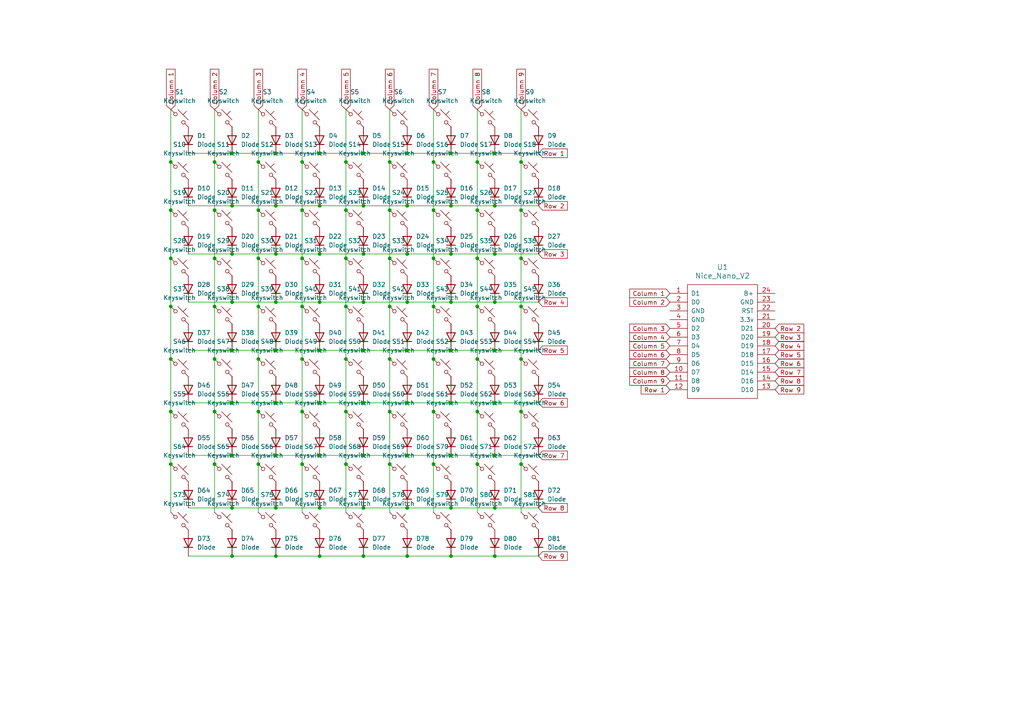
<source format=kicad_sch>
(kicad_sch (version 20250114) (generator "eeschema") (generator_version "9.0")
  (paper "A4")
  (junction (at 125.73 74.93))
  (junction (at 138.43 134.62))
  (junction (at 100.33 134.62))
  (junction (at 143.51 44.45))
  (junction (at 125.73 104.14))
  (junction (at 138.43 60.96))
  (junction (at 74.93 88.9))
  (junction (at 80.01 87.63))
  (junction (at 62.23 60.96))
  (junction (at 67.31 116.84))
  (junction (at 80.01 73.66))
  (junction (at 87.63 74.93))
  (junction (at 105.41 59.69))
  (junction (at 130.81 132.08))
  (junction (at 67.31 147.32))
  (junction (at 67.31 87.63))
  (junction (at 113.03 46.99))
  (junction (at 151.13 74.93))
  (junction (at 143.51 73.66))
  (junction (at 118.11 73.66))
  (junction (at 80.01 44.45))
  (junction (at 80.01 147.32))
  (junction (at 67.31 101.6))
  (junction (at 130.81 101.6))
  (junction (at 105.41 87.63))
  (junction (at 138.43 104.14))
  (junction (at 143.51 87.63))
  (junction (at 125.73 88.9))
  (junction (at 143.51 101.6))
  (junction (at 130.81 161.29))
  (junction (at 130.81 147.32))
  (junction (at 87.63 104.14))
  (junction (at 87.63 119.38))
  (junction (at 130.81 59.69))
  (junction (at 130.81 44.45))
  (junction (at 151.13 119.38))
  (junction (at 113.03 119.38))
  (junction (at 151.13 134.62))
  (junction (at 143.51 59.69))
  (junction (at 74.93 119.38))
  (junction (at 92.71 132.08))
  (junction (at 87.63 60.96))
  (junction (at 143.51 116.84))
  (junction (at 49.53 74.93))
  (junction (at 100.33 119.38))
  (junction (at 92.71 147.32))
  (junction (at 100.33 60.96))
  (junction (at 105.41 161.29))
  (junction (at 138.43 46.99))
  (junction (at 118.11 161.29))
  (junction (at 100.33 46.99))
  (junction (at 130.81 116.84))
  (junction (at 118.11 87.63))
  (junction (at 67.31 59.69))
  (junction (at 80.01 132.08))
  (junction (at 67.31 73.66))
  (junction (at 62.23 46.99))
  (junction (at 118.11 59.69))
  (junction (at 49.53 88.9))
  (junction (at 118.11 44.45))
  (junction (at 92.71 87.63))
  (junction (at 143.51 147.32))
  (junction (at 92.71 116.84))
  (junction (at 125.73 119.38))
  (junction (at 105.41 44.45))
  (junction (at 125.73 134.62))
  (junction (at 130.81 73.66))
  (junction (at 118.11 101.6))
  (junction (at 92.71 101.6))
  (junction (at 49.53 60.96))
  (junction (at 92.71 161.29))
  (junction (at 113.03 88.9))
  (junction (at 87.63 46.99))
  (junction (at 67.31 44.45))
  (junction (at 125.73 46.99))
  (junction (at 74.93 74.93))
  (junction (at 62.23 119.38))
  (junction (at 113.03 104.14))
  (junction (at 143.51 132.08))
  (junction (at 80.01 101.6))
  (junction (at 49.53 119.38))
  (junction (at 62.23 88.9))
  (junction (at 151.13 104.14))
  (junction (at 151.13 60.96))
  (junction (at 87.63 134.62))
  (junction (at 118.11 147.32))
  (junction (at 105.41 101.6))
  (junction (at 105.41 147.32))
  (junction (at 143.51 161.29))
  (junction (at 62.23 74.93))
  (junction (at 113.03 60.96))
  (junction (at 49.53 134.62))
  (junction (at 130.81 87.63))
  (junction (at 118.11 132.08))
  (junction (at 67.31 132.08))
  (junction (at 151.13 46.99))
  (junction (at 138.43 119.38))
  (junction (at 100.33 74.93))
  (junction (at 49.53 104.14))
  (junction (at 87.63 88.9))
  (junction (at 49.53 46.99))
  (junction (at 62.23 134.62))
  (junction (at 92.71 73.66))
  (junction (at 67.31 161.29))
  (junction (at 100.33 104.14))
  (junction (at 113.03 134.62))
  (junction (at 92.71 59.69))
  (junction (at 74.93 60.96))
  (junction (at 74.93 46.99))
  (junction (at 92.71 44.45))
  (junction (at 138.43 88.9))
  (junction (at 118.11 116.84))
  (junction (at 138.43 74.93))
  (junction (at 105.41 132.08))
  (junction (at 105.41 73.66))
  (junction (at 74.93 104.14))
  (junction (at 80.01 161.29))
  (junction (at 62.23 104.14))
  (junction (at 74.93 134.62))
  (junction (at 100.33 88.9))
  (junction (at 80.01 116.84))
  (junction (at 80.01 59.69))
  (junction (at 113.03 74.93))
  (junction (at 105.41 116.84))
  (junction (at 151.13 88.9))
  (junction (at 125.73 60.96))
  (wire (pts (xy 100.33 104.14) (xy 100.33 119.38)))
  (wire (pts (xy 151.13 46.99) (xy 151.13 60.96)))
  (wire (pts (xy 92.71 132.08) (xy 105.41 132.08)))
  (wire (pts (xy 125.73 104.14) (xy 125.73 119.38)))
  (wire (pts (xy 143.51 101.6) (xy 156.21 101.6)))
  (wire (pts (xy 62.23 104.14) (xy 62.23 119.38)))
  (wire (pts (xy 74.93 74.93) (xy 74.93 88.9)))
  (wire (pts (xy 62.23 88.9) (xy 62.23 104.14)))
  (wire (pts (xy 105.41 147.32) (xy 118.11 147.32)))
  (wire (pts (xy 49.53 134.62) (xy 49.53 148.59)))
  (wire (pts (xy 92.71 116.84) (xy 105.41 116.84)))
  (wire (pts (xy 49.53 46.99) (xy 49.53 60.96)))
  (wire (pts (xy 80.01 59.69) (xy 92.71 59.69)))
  (wire (pts (xy 105.41 44.45) (xy 118.11 44.45)))
  (wire (pts (xy 105.41 59.69) (xy 118.11 59.69)))
  (wire (pts (xy 113.03 31.75) (xy 113.03 46.99)))
  (wire (pts (xy 92.71 101.6) (xy 105.41 101.6)))
  (wire (pts (xy 118.11 59.69) (xy 130.81 59.69)))
  (wire (pts (xy 49.53 74.93) (xy 49.53 88.9)))
  (wire (pts (xy 74.93 60.96) (xy 74.93 74.93)))
  (wire (pts (xy 80.01 116.84) (xy 92.71 116.84)))
  (wire (pts (xy 100.33 119.38) (xy 100.33 134.62)))
  (wire (pts (xy 74.93 134.62) (xy 74.93 148.59)))
  (wire (pts (xy 143.51 116.84) (xy 156.21 116.84)))
  (wire (pts (xy 143.51 147.32) (xy 156.21 147.32)))
  (wire (pts (xy 87.63 31.75) (xy 87.63 46.99)))
  (wire (pts (xy 138.43 74.93) (xy 138.43 88.9)))
  (wire (pts (xy 74.93 88.9) (xy 74.93 104.14)))
  (wire (pts (xy 105.41 132.08) (xy 118.11 132.08)))
  (wire (pts (xy 130.81 132.08) (xy 143.51 132.08)))
  (wire (pts (xy 151.13 88.9) (xy 151.13 104.14)))
  (wire (pts (xy 118.11 44.45) (xy 130.81 44.45)))
  (wire (pts (xy 125.73 88.9) (xy 125.73 104.14)))
  (wire (pts (xy 49.53 31.75) (xy 49.53 46.99)))
  (wire (pts (xy 87.63 134.62) (xy 87.63 148.59)))
  (wire (pts (xy 118.11 132.08) (xy 130.81 132.08)))
  (wire (pts (xy 130.81 147.32) (xy 143.51 147.32)))
  (wire (pts (xy 92.71 87.63) (xy 105.41 87.63)))
  (wire (pts (xy 130.81 59.69) (xy 143.51 59.69)))
  (wire (pts (xy 118.11 101.6) (xy 130.81 101.6)))
  (wire (pts (xy 138.43 119.38) (xy 138.43 134.62)))
  (wire (pts (xy 151.13 31.75) (xy 151.13 46.99)))
  (wire (pts (xy 62.23 134.62) (xy 62.23 148.59)))
  (wire (pts (xy 105.41 161.29) (xy 118.11 161.29)))
  (wire (pts (xy 67.31 87.63) (xy 80.01 87.63)))
  (wire (pts (xy 80.01 87.63) (xy 92.71 87.63)))
  (wire (pts (xy 138.43 88.9) (xy 138.43 104.14)))
  (wire (pts (xy 87.63 88.9) (xy 87.63 104.14)))
  (wire (pts (xy 130.81 101.6) (xy 143.51 101.6)))
  (wire (pts (xy 151.13 104.14) (xy 151.13 119.38)))
  (wire (pts (xy 74.93 104.14) (xy 74.93 119.38)))
  (wire (pts (xy 151.13 74.93) (xy 151.13 88.9)))
  (wire (pts (xy 54.61 59.69) (xy 67.31 59.69)))
  (wire (pts (xy 62.23 74.93) (xy 62.23 88.9)))
  (wire (pts (xy 87.63 60.96) (xy 87.63 74.93)))
  (wire (pts (xy 49.53 60.96) (xy 49.53 74.93)))
  (wire (pts (xy 92.71 147.32) (xy 105.41 147.32)))
  (wire (pts (xy 113.03 46.99) (xy 113.03 60.96)))
  (wire (pts (xy 54.61 44.45) (xy 67.31 44.45)))
  (wire (pts (xy 54.61 101.6) (xy 67.31 101.6)))
  (wire (pts (xy 113.03 74.93) (xy 113.03 88.9)))
  (wire (pts (xy 92.71 44.45) (xy 105.41 44.45)))
  (wire (pts (xy 92.71 161.29) (xy 105.41 161.29)))
  (wire (pts (xy 113.03 88.9) (xy 113.03 104.14)))
  (wire (pts (xy 118.11 147.32) (xy 130.81 147.32)))
  (wire (pts (xy 80.01 101.6) (xy 92.71 101.6)))
  (wire (pts (xy 105.41 116.84) (xy 118.11 116.84)))
  (wire (pts (xy 138.43 31.75) (xy 138.43 46.99)))
  (wire (pts (xy 125.73 31.75) (xy 125.73 46.99)))
  (wire (pts (xy 105.41 87.63) (xy 118.11 87.63)))
  (wire (pts (xy 138.43 46.99) (xy 138.43 60.96)))
  (wire (pts (xy 62.23 60.96) (xy 62.23 74.93)))
  (wire (pts (xy 100.33 74.93) (xy 100.33 88.9)))
  (wire (pts (xy 143.51 87.63) (xy 156.21 87.63)))
  (wire (pts (xy 143.51 161.29) (xy 156.21 161.29)))
  (wire (pts (xy 74.93 31.75) (xy 74.93 46.99)))
  (wire (pts (xy 130.81 73.66) (xy 143.51 73.66)))
  (wire (pts (xy 80.01 73.66) (xy 92.71 73.66)))
  (wire (pts (xy 130.81 87.63) (xy 143.51 87.63)))
  (wire (pts (xy 67.31 59.69) (xy 80.01 59.69)))
  (wire (pts (xy 67.31 73.66) (xy 80.01 73.66)))
  (wire (pts (xy 87.63 104.14) (xy 87.63 119.38)))
  (wire (pts (xy 49.53 104.14) (xy 49.53 119.38)))
  (wire (pts (xy 125.73 46.99) (xy 125.73 60.96)))
  (wire (pts (xy 151.13 119.38) (xy 151.13 134.62)))
  (wire (pts (xy 100.33 88.9) (xy 100.33 104.14)))
  (wire (pts (xy 143.51 132.08) (xy 156.21 132.08)))
  (wire (pts (xy 113.03 134.62) (xy 113.03 148.59)))
  (wire (pts (xy 143.51 44.45) (xy 156.21 44.45)))
  (wire (pts (xy 67.31 116.84) (xy 80.01 116.84)))
  (wire (pts (xy 130.81 161.29) (xy 143.51 161.29)))
  (wire (pts (xy 54.61 132.08) (xy 67.31 132.08)))
  (wire (pts (xy 118.11 73.66) (xy 130.81 73.66)))
  (wire (pts (xy 62.23 119.38) (xy 62.23 134.62)))
  (wire (pts (xy 100.33 60.96) (xy 100.33 74.93)))
  (wire (pts (xy 67.31 147.32) (xy 80.01 147.32)))
  (wire (pts (xy 54.61 87.63) (xy 67.31 87.63)))
  (wire (pts (xy 118.11 116.84) (xy 130.81 116.84)))
  (wire (pts (xy 67.31 101.6) (xy 80.01 101.6)))
  (wire (pts (xy 125.73 134.62) (xy 125.73 148.59)))
  (wire (pts (xy 67.31 161.29) (xy 80.01 161.29)))
  (wire (pts (xy 113.03 104.14) (xy 113.03 119.38)))
  (wire (pts (xy 87.63 74.93) (xy 87.63 88.9)))
  (wire (pts (xy 74.93 119.38) (xy 74.93 134.62)))
  (wire (pts (xy 100.33 134.62) (xy 100.33 148.59)))
  (wire (pts (xy 67.31 44.45) (xy 80.01 44.45)))
  (wire (pts (xy 130.81 116.84) (xy 143.51 116.84)))
  (wire (pts (xy 113.03 60.96) (xy 113.03 74.93)))
  (wire (pts (xy 80.01 44.45) (xy 92.71 44.45)))
  (wire (pts (xy 54.61 147.32) (xy 67.31 147.32)))
  (wire (pts (xy 138.43 104.14) (xy 138.43 119.38)))
  (wire (pts (xy 100.33 31.75) (xy 100.33 46.99)))
  (wire (pts (xy 130.81 44.45) (xy 143.51 44.45)))
  (wire (pts (xy 143.51 73.66) (xy 156.21 73.66)))
  (wire (pts (xy 49.53 119.38) (xy 49.53 134.62)))
  (wire (pts (xy 80.01 132.08) (xy 92.71 132.08)))
  (wire (pts (xy 92.71 59.69) (xy 105.41 59.69)))
  (wire (pts (xy 54.61 161.29) (xy 67.31 161.29)))
  (wire (pts (xy 113.03 119.38) (xy 113.03 134.62)))
  (wire (pts (xy 87.63 46.99) (xy 87.63 60.96)))
  (wire (pts (xy 87.63 119.38) (xy 87.63 134.62)))
  (wire (pts (xy 118.11 161.29) (xy 130.81 161.29)))
  (wire (pts (xy 125.73 119.38) (xy 125.73 134.62)))
  (wire (pts (xy 143.51 59.69) (xy 156.21 59.69)))
  (wire (pts (xy 54.61 73.66) (xy 67.31 73.66)))
  (wire (pts (xy 125.73 60.96) (xy 125.73 74.93)))
  (wire (pts (xy 151.13 60.96) (xy 151.13 74.93)))
  (wire (pts (xy 100.33 46.99) (xy 100.33 60.96)))
  (wire (pts (xy 67.31 132.08) (xy 80.01 132.08)))
  (wire (pts (xy 92.71 73.66) (xy 105.41 73.66)))
  (wire (pts (xy 80.01 161.29) (xy 92.71 161.29)))
  (wire (pts (xy 138.43 60.96) (xy 138.43 74.93)))
  (wire (pts (xy 62.23 31.75) (xy 62.23 46.99)))
  (wire (pts (xy 62.23 46.99) (xy 62.23 60.96)))
  (wire (pts (xy 151.13 134.62) (xy 151.13 148.59)))
  (wire (pts (xy 138.43 134.62) (xy 138.43 148.59)))
  (wire (pts (xy 80.01 147.32) (xy 92.71 147.32)))
  (wire (pts (xy 125.73 74.93) (xy 125.73 88.9)))
  (wire (pts (xy 54.61 116.84) (xy 67.31 116.84)))
  (wire (pts (xy 74.93 46.99) (xy 74.93 60.96)))
  (wire (pts (xy 49.53 88.9) (xy 49.53 104.14)))
  (wire (pts (xy 118.11 87.63) (xy 130.81 87.63)))
  (wire (pts (xy 105.41 73.66) (xy 118.11 73.66)))
  (wire (pts (xy 105.41 101.6) (xy 118.11 101.6)))
  (global_label "Column 8" (shape input) (at 194.31 107.95 180) (property "Intersheetrefs" "${INTERSHEET_REFS}" (effects (hide yes))))
  (global_label "Row 3" (shape input) (at 224.79 97.79 0) (property "Intersheetrefs" "${INTERSHEET_REFS}" (effects (hide yes))))
  (global_label "Column 7" (shape input) (at 194.31 105.41 180) (property "Intersheetrefs" "${INTERSHEET_REFS}" (effects (hide yes))))
  (global_label "Column 1" (shape input) (at 194.31 85.09 180) (property "Intersheetrefs" "${INTERSHEET_REFS}" (effects (hide yes))))
  (global_label "Column 9" (shape input) (at 194.31 110.49 180) (property "Intersheetrefs" "${INTERSHEET_REFS}" (effects (hide yes))))
  (global_label "Column 5" (shape input) (at 194.31 100.33 180) (property "Intersheetrefs" "${INTERSHEET_REFS}" (effects (hide yes))))
  (global_label "Row 4" (shape input) (at 156.21 87.63 0) (property "Intersheetrefs" "${INTERSHEET_REFS}" (effects (hide yes))))
  (global_label "Row 2" (shape input) (at 224.79 95.25 0) (property "Intersheetrefs" "${INTERSHEET_REFS}" (effects (hide yes))))
  (global_label "Column 6" (shape input) (at 194.31 102.87 180) (property "Intersheetrefs" "${INTERSHEET_REFS}" (effects (hide yes))))
  (global_label "Row 1" (shape input) (at 194.31 113.03 180) (property "Intersheetrefs" "${INTERSHEET_REFS}" (effects (hide yes))))
  (global_label "Row 5" (shape input) (at 224.79 102.87 0) (property "Intersheetrefs" "${INTERSHEET_REFS}" (effects (hide yes))))
  (global_label "Column 5" (shape input) (at 100.33 31.75 90) (property "Intersheetrefs" "${INTERSHEET_REFS}" (effects (hide yes))))
  (global_label "Column 3" (shape input) (at 74.93 31.75 90) (property "Intersheetrefs" "${INTERSHEET_REFS}" (effects (hide yes))))
  (global_label "Row 8" (shape input) (at 156.21 147.32 0) (property "Intersheetrefs" "${INTERSHEET_REFS}" (effects (hide yes))))
  (global_label "Row 1" (shape input) (at 156.21 44.45 0) (property "Intersheetrefs" "${INTERSHEET_REFS}" (effects (hide yes))))
  (global_label "Row 2" (shape input) (at 156.21 59.69 0) (property "Intersheetrefs" "${INTERSHEET_REFS}" (effects (hide yes))))
  (global_label "Row 9" (shape input) (at 156.21 161.29 0) (property "Intersheetrefs" "${INTERSHEET_REFS}" (effects (hide yes))))
  (global_label "Column 2" (shape input) (at 194.31 87.63 180) (property "Intersheetrefs" "${INTERSHEET_REFS}" (effects (hide yes))))
  (global_label "Row 9" (shape input) (at 224.79 113.03 0) (property "Intersheetrefs" "${INTERSHEET_REFS}" (effects (hide yes))))
  (global_label "Column 2" (shape input) (at 62.23 31.75 90) (property "Intersheetrefs" "${INTERSHEET_REFS}" (effects (hide yes))))
  (global_label "Column 3" (shape input) (at 194.31 95.25 180) (property "Intersheetrefs" "${INTERSHEET_REFS}" (effects (hide yes))))
  (global_label "Column 1" (shape input) (at 49.53 31.75 90) (property "Intersheetrefs" "${INTERSHEET_REFS}" (effects (hide yes))))
  (global_label "Row 4" (shape input) (at 224.79 100.33 0) (property "Intersheetrefs" "${INTERSHEET_REFS}" (effects (hide yes))))
  (global_label "Row 5" (shape input) (at 156.21 101.6 0) (property "Intersheetrefs" "${INTERSHEET_REFS}" (effects (hide yes))))
  (global_label "Row 6" (shape input) (at 156.21 116.84 0) (property "Intersheetrefs" "${INTERSHEET_REFS}" (effects (hide yes))))
  (global_label "Column 4" (shape input) (at 194.31 97.79 180) (property "Intersheetrefs" "${INTERSHEET_REFS}" (effects (hide yes))))
  (global_label "Row 8" (shape input) (at 224.79 110.49 0) (property "Intersheetrefs" "${INTERSHEET_REFS}" (effects (hide yes))))
  (global_label "Column 6" (shape input) (at 113.03 31.75 90) (property "Intersheetrefs" "${INTERSHEET_REFS}" (effects (hide yes))))
  (global_label "Row 7" (shape input) (at 224.79 107.95 0) (property "Intersheetrefs" "${INTERSHEET_REFS}" (effects (hide yes))))
  (global_label "Column 8" (shape input) (at 138.43 31.75 90) (property "Intersheetrefs" "${INTERSHEET_REFS}" (effects (hide yes))))
  (global_label "Column 4" (shape input) (at 87.63 31.75 90) (property "Intersheetrefs" "${INTERSHEET_REFS}" (effects (hide yes))))
  (global_label "Row 7" (shape input) (at 156.21 132.08 0) (property "Intersheetrefs" "${INTERSHEET_REFS}" (effects (hide yes))))
  (global_label "Row 6" (shape input) (at 224.79 105.41 0) (property "Intersheetrefs" "${INTERSHEET_REFS}" (effects (hide yes))))
  (global_label "Row 3" (shape input) (at 156.21 73.66 0) (property "Intersheetrefs" "${INTERSHEET_REFS}" (effects (hide yes))))
  (global_label "Column 7" (shape input) (at 125.73 31.75 90) (property "Intersheetrefs" "${INTERSHEET_REFS}" (effects (hide yes))))
  (global_label "Column 9" (shape input) (at 151.13 31.75 90) (property "Intersheetrefs" "${INTERSHEET_REFS}" (effects (hide yes))))
  (symbol (lib_id "ScottoKeebs:Placeholder_Keyswitch") (at 128.27 151.13 0) (unit 1)
    (property "Reference" "S79" (at 128.27 143.51 0))
    (property "Value" "Keyswitch" (at 128.27 146.05 0))
    (property "Footprint" "ScottoKeebs_Hotswap:Hotswap_MX_1.00u" (effects (hide yes)))
    (property "Description" "Push button switch, normally open, two pins, 45° tilted" (effects (hide yes)))
  )
  (symbol (lib_id "ScottoKeebs:Placeholder_Diode") (at 92.71 55.88 90) (unit 1)
    (property "Reference" "D13" (at 95.25 54.6099 90) (effects (justify right)))
    (property "Value" "Diode" (at 95.25 57.1499 90) (effects (justify right)))
    (property "Footprint" "ScottoKeebs_Components:Diode_DO-35" (effects (hide yes)))
    (property "Description" "1N4148 (DO-35) or 1N4148W (SOD-123)" (effects (hide yes)))
    (property "Sim.Device" "D" (effects (hide yes)))
    (property "Sim.Pins" "1=K 2=A" (effects (hide yes)))
  )
  (symbol (lib_id "ScottoKeebs:Placeholder_Diode") (at 143.51 113.03 90) (unit 1)
    (property "Reference" "D53" (at 146.05 111.7599 90) (effects (justify right)))
    (property "Value" "Diode" (at 146.05 114.2999 90) (effects (justify right)))
    (property "Footprint" "ScottoKeebs_Components:Diode_DO-35" (effects (hide yes)))
    (property "Description" "1N4148 (DO-35) or 1N4148W (SOD-123)" (effects (hide yes)))
    (property "Sim.Device" "D" (effects (hide yes)))
    (property "Sim.Pins" "1=K 2=A" (effects (hide yes)))
  )
  (symbol (lib_id "ScottoKeebs:Placeholder_Diode") (at 143.51 128.27 90) (unit 1)
    (property "Reference" "D62" (at 146.05 126.9999 90) (effects (justify right)))
    (property "Value" "Diode" (at 146.05 129.5399 90) (effects (justify right)))
    (property "Footprint" "ScottoKeebs_Components:Diode_DO-35" (effects (hide yes)))
    (property "Description" "1N4148 (DO-35) or 1N4148W (SOD-123)" (effects (hide yes)))
    (property "Sim.Device" "D" (effects (hide yes)))
    (property "Sim.Pins" "1=K 2=A" (effects (hide yes)))
  )
  (symbol (lib_id "ScottoKeebs:Placeholder_Diode") (at 143.51 143.51 90) (unit 1)
    (property "Reference" "D71" (at 146.05 142.2399 90) (effects (justify right)))
    (property "Value" "Diode" (at 146.05 144.7799 90) (effects (justify right)))
    (property "Footprint" "ScottoKeebs_Components:Diode_DO-35" (effects (hide yes)))
    (property "Description" "1N4148 (DO-35) or 1N4148W (SOD-123)" (effects (hide yes)))
    (property "Sim.Device" "D" (effects (hide yes)))
    (property "Sim.Pins" "1=K 2=A" (effects (hide yes)))
  )
  (symbol (lib_id "ScottoKeebs:Placeholder_Diode") (at 92.71 69.85 90) (unit 1)
    (property "Reference" "D22" (at 95.25 68.5799 90) (effects (justify right)))
    (property "Value" "Diode" (at 95.25 71.1199 90) (effects (justify right)))
    (property "Footprint" "ScottoKeebs_Components:Diode_DO-35" (effects (hide yes)))
    (property "Description" "1N4148 (DO-35) or 1N4148W (SOD-123)" (effects (hide yes)))
    (property "Sim.Device" "D" (effects (hide yes)))
    (property "Sim.Pins" "1=K 2=A" (effects (hide yes)))
  )
  (symbol (lib_id "ScottoKeebs:Placeholder_Keyswitch") (at 90.17 121.92 0) (unit 1)
    (property "Reference" "S58" (at 90.17 114.3 0))
    (property "Value" "Keyswitch" (at 90.17 116.84 0))
    (property "Footprint" "ScottoKeebs_Hotswap:Hotswap_MX_2.25u" (effects (hide yes)))
    (property "Description" "Push button switch, normally open, two pins, 45° tilted" (effects (hide yes)))
  )
  (symbol (lib_id "ScottoKeebs:Placeholder_Diode") (at 143.51 97.79 90) (unit 1)
    (property "Reference" "D44" (at 146.05 96.5199 90) (effects (justify right)))
    (property "Value" "Diode" (at 146.05 99.0599 90) (effects (justify right)))
    (property "Footprint" "ScottoKeebs_Components:Diode_DO-35" (effects (hide yes)))
    (property "Description" "1N4148 (DO-35) or 1N4148W (SOD-123)" (effects (hide yes)))
    (property "Sim.Device" "D" (effects (hide yes)))
    (property "Sim.Pins" "1=K 2=A" (effects (hide yes)))
  )
  (symbol (lib_id "ScottoKeebs:Placeholder_Diode") (at 92.71 40.64 90) (unit 1)
    (property "Reference" "D4" (at 95.25 39.3699 90) (effects (justify right)))
    (property "Value" "Diode" (at 95.25 41.9099 90) (effects (justify right)))
    (property "Footprint" "ScottoKeebs_Components:Diode_DO-35" (effects (hide yes)))
    (property "Description" "1N4148 (DO-35) or 1N4148W (SOD-123)" (effects (hide yes)))
    (property "Sim.Device" "D" (effects (hide yes)))
    (property "Sim.Pins" "1=K 2=A" (effects (hide yes)))
  )
  (symbol (lib_id "ScottoKeebs:Placeholder_Diode") (at 54.61 143.51 90) (unit 1)
    (property "Reference" "D64" (at 57.15 142.2399 90) (effects (justify right)))
    (property "Value" "Diode" (at 57.15 144.7799 90) (effects (justify right)))
    (property "Footprint" "ScottoKeebs_Components:Diode_DO-35" (effects (hide yes)))
    (property "Description" "1N4148 (DO-35) or 1N4148W (SOD-123)" (effects (hide yes)))
    (property "Sim.Device" "D" (effects (hide yes)))
    (property "Sim.Pins" "1=K 2=A" (effects (hide yes)))
  )
  (symbol (lib_id "ScottoKeebs:Placeholder_Diode") (at 54.61 128.27 90) (unit 1)
    (property "Reference" "D55" (at 57.15 126.9999 90) (effects (justify right)))
    (property "Value" "Diode" (at 57.15 129.5399 90) (effects (justify right)))
    (property "Footprint" "ScottoKeebs_Components:Diode_DO-35" (effects (hide yes)))
    (property "Description" "1N4148 (DO-35) or 1N4148W (SOD-123)" (effects (hide yes)))
    (property "Sim.Device" "D" (effects (hide yes)))
    (property "Sim.Pins" "1=K 2=A" (effects (hide yes)))
  )
  (symbol (lib_id "ScottoKeebs:Placeholder_Keyswitch") (at 102.87 106.68 0) (unit 1)
    (property "Reference" "S50" (at 102.87 99.06 0))
    (property "Value" "Keyswitch" (at 102.87 101.6 0))
    (property "Footprint" "ScottoKeebs_Hotswap:Hotswap_MX_1.00u" (effects (hide yes)))
    (property "Description" "Push button switch, normally open, two pins, 45° tilted" (effects (hide yes)))
  )
  (symbol (lib_id "ScottoKeebs:Placeholder_Diode") (at 143.51 83.82 90) (unit 1)
    (property "Reference" "D35" (at 146.05 82.5499 90) (effects (justify right)))
    (property "Value" "Diode" (at 146.05 85.0899 90) (effects (justify right)))
    (property "Footprint" "ScottoKeebs_Components:Diode_DO-35" (effects (hide yes)))
    (property "Description" "1N4148 (DO-35) or 1N4148W (SOD-123)" (effects (hide yes)))
    (property "Sim.Device" "D" (effects (hide yes)))
    (property "Sim.Pins" "1=K 2=A" (effects (hide yes)))
  )
  (symbol (lib_id "ScottoKeebs:Placeholder_Keyswitch") (at 153.67 77.47 0) (unit 1)
    (property "Reference" "S36" (at 153.67 69.85 0))
    (property "Value" "Keyswitch" (at 153.67 72.39 0))
    (property "Footprint" "ScottoKeebs_Hotswap:Hotswap_MX_1.00u" (effects (hide yes)))
    (property "Description" "Push button switch, normally open, two pins, 45° tilted" (effects (hide yes)))
  )
  (symbol (lib_id "ScottoKeebs:Placeholder_Keyswitch") (at 64.77 151.13 0) (unit 1)
    (property "Reference" "S74" (at 64.77 143.51 0))
    (property "Value" "Keyswitch" (at 64.77 146.05 0))
    (property "Footprint" "ScottoKeebs_Hotswap:Hotswap_MX_1.25u" (effects (hide yes)))
    (property "Description" "Push button switch, normally open, two pins, 45° tilted" (effects (hide yes)))
  )
  (symbol (lib_id "ScottoKeebs:Placeholder_Keyswitch") (at 77.47 137.16 0) (unit 1)
    (property "Reference" "S66" (at 77.47 129.54 0))
    (property "Value" "Keyswitch" (at 77.47 132.08 0))
    (property "Footprint" "ScottoKeebs_Hotswap:Hotswap_MX_1.00u" (effects (hide yes)))
    (property "Description" "Push button switch, normally open, two pins, 45° tilted" (effects (hide yes)))
  )
  (symbol (lib_id "ScottoKeebs:Placeholder_Keyswitch") (at 64.77 34.29 0) (unit 1)
    (property "Reference" "S2" (at 64.77 26.67 0))
    (property "Value" "Keyswitch" (at 64.77 29.21 0))
    (property "Footprint" "ScottoKeebs_Hotswap:Hotswap_MX_1.00u" (effects (hide yes)))
    (property "Description" "Push button switch, normally open, two pins, 45° tilted" (effects (hide yes)))
  )
  (symbol (lib_id "ScottoKeebs:Placeholder_Diode") (at 156.21 128.27 90) (unit 1)
    (property "Reference" "D63" (at 158.75 126.9999 90) (effects (justify right)))
    (property "Value" "Diode" (at 158.75 129.5399 90) (effects (justify right)))
    (property "Footprint" "ScottoKeebs_Components:Diode_DO-35" (effects (hide yes)))
    (property "Description" "1N4148 (DO-35) or 1N4148W (SOD-123)" (effects (hide yes)))
    (property "Sim.Device" "D" (effects (hide yes)))
    (property "Sim.Pins" "1=K 2=A" (effects (hide yes)))
  )
  (symbol (lib_id "ScottoKeebs:Placeholder_Diode") (at 54.61 113.03 90) (unit 1)
    (property "Reference" "D46" (at 57.15 111.7599 90) (effects (justify right)))
    (property "Value" "Diode" (at 57.15 114.2999 90) (effects (justify right)))
    (property "Footprint" "ScottoKeebs_Components:Diode_DO-35" (effects (hide yes)))
    (property "Description" "1N4148 (DO-35) or 1N4148W (SOD-123)" (effects (hide yes)))
    (property "Sim.Device" "D" (effects (hide yes)))
    (property "Sim.Pins" "1=K 2=A" (effects (hide yes)))
  )
  (symbol (lib_id "ScottoKeebs:Placeholder_Keyswitch") (at 102.87 91.44 0) (unit 1)
    (property "Reference" "S41" (at 102.87 83.82 0))
    (property "Value" "Keyswitch" (at 102.87 86.36 0))
    (property "Footprint" "ScottoKeebs_Hotswap:Hotswap_MX_1.00u" (effects (hide yes)))
    (property "Description" "Push button switch, normally open, two pins, 45° tilted" (effects (hide yes)))
  )
  (symbol (lib_id "ScottoKeebs:Placeholder_Keyswitch") (at 52.07 106.68 0) (unit 1)
    (property "Reference" "S46" (at 52.07 99.06 0))
    (property "Value" "Keyswitch" (at 52.07 101.6 0))
    (property "Footprint" "ScottoKeebs_Hotswap:Hotswap_MX_1.00u" (effects (hide yes)))
    (property "Description" "Push button switch, normally open, two pins, 45° tilted" (effects (hide yes)))
  )
  (symbol (lib_id "ScottoKeebs:Placeholder_Keyswitch") (at 140.97 34.29 0) (unit 1)
    (property "Reference" "S8" (at 140.97 26.67 0))
    (property "Value" "Keyswitch" (at 140.97 29.21 0))
    (property "Footprint" "ScottoKeebs_Hotswap:Hotswap_MX_1.00u" (effects (hide yes)))
    (property "Description" "Push button switch, normally open, two pins, 45° tilted" (effects (hide yes)))
  )
  (symbol (lib_id "ScottoKeebs:Placeholder_Diode") (at 67.31 157.48 90) (unit 1)
    (property "Reference" "D74" (at 69.85 156.2099 90) (effects (justify right)))
    (property "Value" "Diode" (at 69.85 158.7499 90) (effects (justify right)))
    (property "Footprint" "ScottoKeebs_Components:Diode_DO-35" (effects (hide yes)))
    (property "Description" "1N4148 (DO-35) or 1N4148W (SOD-123)" (effects (hide yes)))
    (property "Sim.Device" "D" (effects (hide yes)))
    (property "Sim.Pins" "1=K 2=A" (effects (hide yes)))
  )
  (symbol (lib_id "ScottoKeebs:Placeholder_Diode") (at 118.11 55.88 90) (unit 1)
    (property "Reference" "D15" (at 120.65 54.6099 90) (effects (justify right)))
    (property "Value" "Diode" (at 120.65 57.1499 90) (effects (justify right)))
    (property "Footprint" "ScottoKeebs_Components:Diode_DO-35" (effects (hide yes)))
    (property "Description" "1N4148 (DO-35) or 1N4148W (SOD-123)" (effects (hide yes)))
    (property "Sim.Device" "D" (effects (hide yes)))
    (property "Sim.Pins" "1=K 2=A" (effects (hide yes)))
  )
  (symbol (lib_id "ScottoKeebs:Placeholder_Diode") (at 54.61 97.79 90) (unit 1)
    (property "Reference" "D37" (at 57.15 96.5199 90) (effects (justify right)))
    (property "Value" "Diode" (at 57.15 99.0599 90) (effects (justify right)))
    (property "Footprint" "ScottoKeebs_Components:Diode_DO-35" (effects (hide yes)))
    (property "Description" "1N4148 (DO-35) or 1N4148W (SOD-123)" (effects (hide yes)))
    (property "Sim.Device" "D" (effects (hide yes)))
    (property "Sim.Pins" "1=K 2=A" (effects (hide yes)))
  )
  (symbol (lib_id "ScottoKeebs:Placeholder_Keyswitch") (at 64.77 121.92 0) (unit 1)
    (property "Reference" "S56" (at 64.77 114.3 0))
    (property "Value" "Keyswitch" (at 64.77 116.84 0))
    (property "Footprint" "ScottoKeebs_Hotswap:Hotswap_MX_2.25u" (effects (hide yes)))
    (property "Description" "Push button switch, normally open, two pins, 45° tilted" (effects (hide yes)))
  )
  (symbol (lib_id "ScottoKeebs:Placeholder_Keyswitch") (at 140.97 49.53 0) (unit 1)
    (property "Reference" "S17" (at 140.97 41.91 0))
    (property "Value" "Keyswitch" (at 140.97 44.45 0))
    (property "Footprint" "ScottoKeebs_Hotswap:Hotswap_MX_1.00u" (effects (hide yes)))
    (property "Description" "Push button switch, normally open, two pins, 45° tilted" (effects (hide yes)))
  )
  (symbol (lib_id "ScottoKeebs:Placeholder_Keyswitch") (at 52.07 49.53 0) (unit 1)
    (property "Reference" "S10" (at 52.07 41.91 0))
    (property "Value" "Keyswitch" (at 52.07 44.45 0))
    (property "Footprint" "ScottoKeebs_Hotswap:Hotswap_MX_1.00u" (effects (hide yes)))
    (property "Description" "Push button switch, normally open, two pins, 45° tilted" (effects (hide yes)))
  )
  (symbol (lib_id "ScottoKeebs:Placeholder_Diode") (at 118.11 83.82 90) (unit 1)
    (property "Reference" "D33" (at 120.65 82.5499 90) (effects (justify right)))
    (property "Value" "Diode" (at 120.65 85.0899 90) (effects (justify right)))
    (property "Footprint" "ScottoKeebs_Components:Diode_DO-35" (effects (hide yes)))
    (property "Description" "1N4148 (DO-35) or 1N4148W (SOD-123)" (effects (hide yes)))
    (property "Sim.Device" "D" (effects (hide yes)))
    (property "Sim.Pins" "1=K 2=A" (effects (hide yes)))
  )
  (symbol (lib_id "ScottoKeebs:Placeholder_Diode") (at 67.31 55.88 90) (unit 1)
    (property "Reference" "D11" (at 69.85 54.6099 90) (effects (justify right)))
    (property "Value" "Diode" (at 69.85 57.1499 90) (effects (justify right)))
    (property "Footprint" "ScottoKeebs_Components:Diode_DO-35" (effects (hide yes)))
    (property "Description" "1N4148 (DO-35) or 1N4148W (SOD-123)" (effects (hide yes)))
    (property "Sim.Device" "D" (effects (hide yes)))
    (property "Sim.Pins" "1=K 2=A" (effects (hide yes)))
  )
  (symbol (lib_id "ScottoKeebs:Placeholder_Diode") (at 143.51 40.64 90) (unit 1)
    (property "Reference" "D8" (at 146.05 39.3699 90) (effects (justify right)))
    (property "Value" "Diode" (at 146.05 41.9099 90) (effects (justify right)))
    (property "Footprint" "ScottoKeebs_Components:Diode_DO-35" (effects (hide yes)))
    (property "Description" "1N4148 (DO-35) or 1N4148W (SOD-123)" (effects (hide yes)))
    (property "Sim.Device" "D" (effects (hide yes)))
    (property "Sim.Pins" "1=K 2=A" (effects (hide yes)))
  )
  (symbol (lib_id "ScottoKeebs:Placeholder_Diode") (at 118.11 113.03 90) (unit 1)
    (property "Reference" "D51" (at 120.65 111.7599 90) (effects (justify right)))
    (property "Value" "Diode" (at 120.65 114.2999 90) (effects (justify right)))
    (property "Footprint" "ScottoKeebs_Components:Diode_DO-35" (effects (hide yes)))
    (property "Description" "1N4148 (DO-35) or 1N4148W (SOD-123)" (effects (hide yes)))
    (property "Sim.Device" "D" (effects (hide yes)))
    (property "Sim.Pins" "1=K 2=A" (effects (hide yes)))
  )
  (symbol (lib_id "ScottoKeebs:Placeholder_Diode") (at 80.01 97.79 90) (unit 1)
    (property "Reference" "D39" (at 82.55 96.5199 90) (effects (justify right)))
    (property "Value" "Diode" (at 82.55 99.0599 90) (effects (justify right)))
    (property "Footprint" "ScottoKeebs_Components:Diode_DO-35" (effects (hide yes)))
    (property "Description" "1N4148 (DO-35) or 1N4148W (SOD-123)" (effects (hide yes)))
    (property "Sim.Device" "D" (effects (hide yes)))
    (property "Sim.Pins" "1=K 2=A" (effects (hide yes)))
  )
  (symbol (lib_id "ScottoKeebs:Placeholder_Keyswitch") (at 153.67 137.16 0) (unit 1)
    (property "Reference" "S72" (at 153.67 129.54 0))
    (property "Value" "Keyswitch" (at 153.67 132.08 0))
    (property "Footprint" "ScottoKeebs_Hotswap:Hotswap_MX_1.25u" (effects (hide yes)))
    (property "Description" "Push button switch, normally open, two pins, 45° tilted" (effects (hide yes)))
  )
  (symbol (lib_id "ScottoKeebs:Placeholder_Diode") (at 105.41 143.51 90) (unit 1)
    (property "Reference" "D68" (at 107.95 142.2399 90) (effects (justify right)))
    (property "Value" "Diode" (at 107.95 144.7799 90) (effects (justify right)))
    (property "Footprint" "ScottoKeebs_Components:Diode_DO-35" (effects (hide yes)))
    (property "Description" "1N4148 (DO-35) or 1N4148W (SOD-123)" (effects (hide yes)))
    (property "Sim.Device" "D" (effects (hide yes)))
    (property "Sim.Pins" "1=K 2=A" (effects (hide yes)))
  )
  (symbol (lib_id "ScottoKeebs:Placeholder_Keyswitch") (at 90.17 77.47 0) (unit 1)
    (property "Reference" "S31" (at 90.17 69.85 0))
    (property "Value" "Keyswitch" (at 90.17 72.39 0))
    (property "Footprint" "ScottoKeebs_Hotswap:Hotswap_MX_1.00u" (effects (hide yes)))
    (property "Description" "Push button switch, normally open, two pins, 45° tilted" (effects (hide yes)))
  )
  (symbol (lib_id "ScottoKeebs:Placeholder_Diode") (at 80.01 128.27 90) (unit 1)
    (property "Reference" "D57" (at 82.55 126.9999 90) (effects (justify right)))
    (property "Value" "Diode" (at 82.55 129.5399 90) (effects (justify right)))
    (property "Footprint" "ScottoKeebs_Components:Diode_DO-35" (effects (hide yes)))
    (property "Description" "1N4148 (DO-35) or 1N4148W (SOD-123)" (effects (hide yes)))
    (property "Sim.Device" "D" (effects (hide yes)))
    (property "Sim.Pins" "1=K 2=A" (effects (hide yes)))
  )
  (symbol (lib_id "ScottoKeebs:Placeholder_Keyswitch") (at 90.17 137.16 0) (unit 1)
    (property "Reference" "S67" (at 90.17 129.54 0))
    (property "Value" "Keyswitch" (at 90.17 132.08 0))
    (property "Footprint" "ScottoKeebs_Hotswap:Hotswap_MX_1.00u" (effects (hide yes)))
    (property "Description" "Push button switch, normally open, two pins, 45° tilted" (effects (hide yes)))
  )
  (symbol (lib_id "ScottoKeebs:Placeholder_Diode") (at 143.51 157.48 90) (unit 1)
    (property "Reference" "D80" (at 146.05 156.2099 90) (effects (justify right)))
    (property "Value" "Diode" (at 146.05 158.7499 90) (effects (justify right)))
    (property "Footprint" "ScottoKeebs_Components:Diode_DO-35" (effects (hide yes)))
    (property "Description" "1N4148 (DO-35) or 1N4148W (SOD-123)" (effects (hide yes)))
    (property "Sim.Device" "D" (effects (hide yes)))
    (property "Sim.Pins" "1=K 2=A" (effects (hide yes)))
  )
  (symbol (lib_id "ScottoKeebs:Placeholder_Diode") (at 80.01 40.64 90) (unit 1)
    (property "Reference" "D3" (at 82.55 39.3699 90) (effects (justify right)))
    (property "Value" "Diode" (at 82.55 41.9099 90) (effects (justify right)))
    (property "Footprint" "ScottoKeebs_Components:Diode_DO-35" (effects (hide yes)))
    (property "Description" "1N4148 (DO-35) or 1N4148W (SOD-123)" (effects (hide yes)))
    (property "Sim.Device" "D" (effects (hide yes)))
    (property "Sim.Pins" "1=K 2=A" (effects (hide yes)))
  )
  (symbol (lib_id "ScottoKeebs:Placeholder_Diode") (at 80.01 55.88 90) (unit 1)
    (property "Reference" "D12" (at 82.55 54.6099 90) (effects (justify right)))
    (property "Value" "Diode" (at 82.55 57.1499 90) (effects (justify right)))
    (property "Footprint" "ScottoKeebs_Components:Diode_DO-35" (effects (hide yes)))
    (property "Description" "1N4148 (DO-35) or 1N4148W (SOD-123)" (effects (hide yes)))
    (property "Sim.Device" "D" (effects (hide yes)))
    (property "Sim.Pins" "1=K 2=A" (effects (hide yes)))
  )
  (symbol (lib_id "ScottoKeebs:Placeholder_Diode") (at 67.31 69.85 90) (unit 1)
    (property "Reference" "D20" (at 69.85 68.5799 90) (effects (justify right)))
    (property "Value" "Diode" (at 69.85 71.1199 90) (effects (justify right)))
    (property "Footprint" "ScottoKeebs_Components:Diode_DO-35" (effects (hide yes)))
    (property "Description" "1N4148 (DO-35) or 1N4148W (SOD-123)" (effects (hide yes)))
    (property "Sim.Device" "D" (effects (hide yes)))
    (property "Sim.Pins" "1=K 2=A" (effects (hide yes)))
  )
  (symbol (lib_id "ScottoKeebs:Placeholder_Keyswitch") (at 128.27 77.47 0) (unit 1)
    (property "Reference" "S34" (at 128.27 69.85 0))
    (property "Value" "Keyswitch" (at 128.27 72.39 0))
    (property "Footprint" "ScottoKeebs_Hotswap:Hotswap_MX_1.00u" (effects (hide yes)))
    (property "Description" "Push button switch, normally open, two pins, 45° tilted" (effects (hide yes)))
  )
  (symbol (lib_id "ScottoKeebs:Placeholder_Keyswitch") (at 64.77 91.44 0) (unit 1)
    (property "Reference" "S38" (at 64.77 83.82 0))
    (property "Value" "Keyswitch" (at 64.77 86.36 0))
    (property "Footprint" "ScottoKeebs_Hotswap:Hotswap_MX_1.00u" (effects (hide yes)))
    (property "Description" "Push button switch, normally open, two pins, 45° tilted" (effects (hide yes)))
  )
  (symbol (lib_id "ScottoKeebs:Placeholder_Diode") (at 118.11 157.48 90) (unit 1)
    (property "Reference" "D78" (at 120.65 156.2099 90) (effects (justify right)))
    (property "Value" "Diode" (at 120.65 158.7499 90) (effects (justify right)))
    (property "Footprint" "ScottoKeebs_Components:Diode_DO-35" (effects (hide yes)))
    (property "Description" "1N4148 (DO-35) or 1N4148W (SOD-123)" (effects (hide yes)))
    (property "Sim.Device" "D" (effects (hide yes)))
    (property "Sim.Pins" "1=K 2=A" (effects (hide yes)))
  )
  (symbol (lib_id "ScottoKeebs:Placeholder_Diode") (at 130.81 97.79 90) (unit 1)
    (property "Reference" "D43" (at 133.35 96.5199 90) (effects (justify right)))
    (property "Value" "Diode" (at 133.35 99.0599 90) (effects (justify right)))
    (property "Footprint" "ScottoKeebs_Components:Diode_DO-35" (effects (hide yes)))
    (property "Description" "1N4148 (DO-35) or 1N4148W (SOD-123)" (effects (hide yes)))
    (property "Sim.Device" "D" (effects (hide yes)))
    (property "Sim.Pins" "1=K 2=A" (effects (hide yes)))
  )
  (symbol (lib_id "ScottoKeebs:Placeholder_Diode") (at 92.71 83.82 90) (unit 1)
    (property "Reference" "D31" (at 95.25 82.5499 90) (effects (justify right)))
    (property "Value" "Diode" (at 95.25 85.0899 90) (effects (justify right)))
    (property "Footprint" "ScottoKeebs_Components:Diode_DO-35" (effects (hide yes)))
    (property "Description" "1N4148 (DO-35) or 1N4148W (SOD-123)" (effects (hide yes)))
    (property "Sim.Device" "D" (effects (hide yes)))
    (property "Sim.Pins" "1=K 2=A" (effects (hide yes)))
  )
  (symbol (lib_id "ScottoKeebs:Placeholder_Keyswitch") (at 153.67 151.13 0) (unit 1)
    (property "Reference" "S81" (at 153.67 143.51 0))
    (property "Value" "Keyswitch" (at 153.67 146.05 0))
    (property "Footprint" "ScottoKeebs_Hotswap:Hotswap_MX_1.00u" (effects (hide yes)))
    (property "Description" "Push button switch, normally open, two pins, 45° tilted" (effects (hide yes)))
  )
  (symbol (lib_id "ScottoKeebs:Placeholder_Keyswitch") (at 90.17 34.29 0) (unit 1)
    (property "Reference" "S4" (at 90.17 26.67 0))
    (property "Value" "Keyswitch" (at 90.17 29.21 0))
    (property "Footprint" "ScottoKeebs_Hotswap:Hotswap_MX_1.00u" (effects (hide yes)))
    (property "Description" "Push button switch, normally open, two pins, 45° tilted" (effects (hide yes)))
  )
  (symbol (lib_id "ScottoKeebs:Placeholder_Keyswitch") (at 64.77 137.16 0) (unit 1)
    (property "Reference" "S65" (at 64.77 129.54 0))
    (property "Value" "Keyswitch" (at 64.77 132.08 0))
    (property "Footprint" "ScottoKeebs_Hotswap:Hotswap_MX_1.00u" (effects (hide yes)))
    (property "Description" "Push button switch, normally open, two pins, 45° tilted" (effects (hide yes)))
  )
  (symbol (lib_id "ScottoKeebs:Placeholder_Diode") (at 156.21 113.03 90) (unit 1)
    (property "Reference" "D54" (at 158.75 111.7599 90) (effects (justify right)))
    (property "Value" "Diode" (at 158.75 114.2999 90) (effects (justify right)))
    (property "Footprint" "ScottoKeebs_Components:Diode_DO-35" (effects (hide yes)))
    (property "Description" "1N4148 (DO-35) or 1N4148W (SOD-123)" (effects (hide yes)))
    (property "Sim.Device" "D" (effects (hide yes)))
    (property "Sim.Pins" "1=K 2=A" (effects (hide yes)))
  )
  (symbol (lib_id "ScottoKeebs:Placeholder_Keyswitch") (at 77.47 77.47 0) (unit 1)
    (property "Reference" "S30" (at 77.47 69.85 0))
    (property "Value" "Keyswitch" (at 77.47 72.39 0))
    (property "Footprint" "ScottoKeebs_Hotswap:Hotswap_MX_1.50u" (effects (hide yes)))
    (property "Description" "Push button switch, normally open, two pins, 45° tilted" (effects (hide yes)))
  )
  (symbol (lib_id "ScottoKeebs:Placeholder_Keyswitch") (at 128.27 34.29 0) (unit 1)
    (property "Reference" "S7" (at 128.27 26.67 0))
    (property "Value" "Keyswitch" (at 128.27 29.21 0))
    (property "Footprint" "ScottoKeebs_Hotswap:Hotswap_MX_1.00u" (effects (hide yes)))
    (property "Description" "Push button switch, normally open, two pins, 45° tilted" (effects (hide yes)))
  )
  (symbol (lib_id "ScottoKeebs:Placeholder_Diode") (at 92.71 97.79 90) (unit 1)
    (property "Reference" "D40" (at 95.25 96.5199 90) (effects (justify right)))
    (property "Value" "Diode" (at 95.25 99.0599 90) (effects (justify right)))
    (property "Footprint" "ScottoKeebs_Components:Diode_DO-35" (effects (hide yes)))
    (property "Description" "1N4148 (DO-35) or 1N4148W (SOD-123)" (effects (hide yes)))
    (property "Sim.Device" "D" (effects (hide yes)))
    (property "Sim.Pins" "1=K 2=A" (effects (hide yes)))
  )
  (symbol (lib_id "ScottoKeebs:Placeholder_Keyswitch") (at 102.87 63.5 0) (unit 1)
    (property "Reference" "S23" (at 102.87 55.88 0))
    (property "Value" "Keyswitch" (at 102.87 58.42 0))
    (property "Footprint" "ScottoKeebs_Hotswap:Hotswap_MX_1.00u" (effects (hide yes)))
    (property "Description" "Push button switch, normally open, two pins, 45° tilted" (effects (hide yes)))
  )
  (symbol (lib_id "ScottoKeebs:Placeholder_Diode") (at 54.61 83.82 90) (unit 1)
    (property "Reference" "D28" (at 57.15 82.5499 90) (effects (justify right)))
    (property "Value" "Diode" (at 57.15 85.0899 90) (effects (justify right)))
    (property "Footprint" "ScottoKeebs_Components:Diode_DO-35" (effects (hide yes)))
    (property "Description" "1N4148 (DO-35) or 1N4148W (SOD-123)" (effects (hide yes)))
    (property "Sim.Device" "D" (effects (hide yes)))
    (property "Sim.Pins" "1=K 2=A" (effects (hide yes)))
  )
  (symbol (lib_id "ScottoKeebs:Placeholder_Diode") (at 118.11 143.51 90) (unit 1)
    (property "Reference" "D69" (at 120.65 142.2399 90) (effects (justify right)))
    (property "Value" "Diode" (at 120.65 144.7799 90) (effects (justify right)))
    (property "Footprint" "ScottoKeebs_Components:Diode_DO-35" (effects (hide yes)))
    (property "Description" "1N4148 (DO-35) or 1N4148W (SOD-123)" (effects (hide yes)))
    (property "Sim.Device" "D" (effects (hide yes)))
    (property "Sim.Pins" "1=K 2=A" (effects (hide yes)))
  )
  (symbol (lib_id "ScottoKeebs:Placeholder_Keyswitch") (at 140.97 137.16 0) (unit 1)
    (property "Reference" "S71" (at 140.97 129.54 0))
    (property "Value" "Keyswitch" (at 140.97 132.08 0))
    (property "Footprint" "ScottoKeebs_Hotswap:Hotswap_MX_1.00u" (effects (hide yes)))
    (property "Description" "Push button switch, normally open, two pins, 45° tilted" (effects (hide yes)))
  )
  (symbol (lib_id "ScottoKeebs:Placeholder_Keyswitch") (at 52.07 77.47 0) (unit 1)
    (property "Reference" "S28" (at 52.07 69.85 0))
    (property "Value" "Keyswitch" (at 52.07 72.39 0))
    (property "Footprint" "ScottoKeebs_Hotswap:Hotswap_MX_1.00u" (effects (hide yes)))
    (property "Description" "Push button switch, normally open, two pins, 45° tilted" (effects (hide yes)))
  )
  (symbol (lib_id "ScottoKeebs:Placeholder_Diode") (at 67.31 40.64 90) (unit 1)
    (property "Reference" "D2" (at 69.85 39.3699 90) (effects (justify right)))
    (property "Value" "Diode" (at 69.85 41.9099 90) (effects (justify right)))
    (property "Footprint" "ScottoKeebs_Components:Diode_DO-35" (effects (hide yes)))
    (property "Description" "1N4148 (DO-35) or 1N4148W (SOD-123)" (effects (hide yes)))
    (property "Sim.Device" "D" (effects (hide yes)))
    (property "Sim.Pins" "1=K 2=A" (effects (hide yes)))
  )
  (symbol (lib_id "ScottoKeebs:Placeholder_Diode") (at 118.11 97.79 90) (unit 1)
    (property "Reference" "D42" (at 120.65 96.5199 90) (effects (justify right)))
    (property "Value" "Diode" (at 120.65 99.0599 90) (effects (justify right)))
    (property "Footprint" "ScottoKeebs_Components:Diode_DO-35" (effects (hide yes)))
    (property "Description" "1N4148 (DO-35) or 1N4148W (SOD-123)" (effects (hide yes)))
    (property "Sim.Device" "D" (effects (hide yes)))
    (property "Sim.Pins" "1=K 2=A" (effects (hide yes)))
  )
  (symbol (lib_id "ScottoKeebs:MCU_Nice_Nano_V2") (at 209.55 99.06 0) (unit 1)
    (property "Reference" "U1" (at 209.55 77.47 0) (effects (font (size 1.524 1.524))))
    (property "Value" "Nice_Nano_V2" (at 209.55 80.01 0) (effects (font (size 1.524 1.524))))
    (property "Footprint" "ScottoKeebs_MCU:Nice_Nano_V2" (effects (hide yes)))
  )
  (symbol (lib_id "ScottoKeebs:Placeholder_Keyswitch") (at 77.47 63.5 0) (unit 1)
    (property "Reference" "S21" (at 77.47 55.88 0))
    (property "Value" "Keyswitch" (at 77.47 58.42 0))
    (property "Footprint" "ScottoKeebs_Hotswap:Hotswap_MX_1.00u" (effects (hide yes)))
    (property "Description" "Push button switch, normally open, two pins, 45° tilted" (effects (hide yes)))
  )
  (symbol (lib_id "ScottoKeebs:Placeholder_Keyswitch") (at 128.27 137.16 0) (unit 1)
    (property "Reference" "S70" (at 128.27 129.54 0))
    (property "Value" "Keyswitch" (at 128.27 132.08 0))
    (property "Footprint" "ScottoKeebs_Hotswap:Hotswap_MX_1.00u" (effects (hide yes)))
    (property "Description" "Push button switch, normally open, two pins, 45° tilted" (effects (hide yes)))
  )
  (symbol (lib_id "ScottoKeebs:Placeholder_Keyswitch") (at 115.57 106.68 0) (unit 1)
    (property "Reference" "S51" (at 115.57 99.06 0))
    (property "Value" "Keyswitch" (at 115.57 101.6 0))
    (property "Footprint" "ScottoKeebs_Hotswap:Hotswap_MX_1.00u" (effects (hide yes)))
    (property "Description" "Push button switch, normally open, two pins, 45° tilted" (effects (hide yes)))
  )
  (symbol (lib_id "ScottoKeebs:Placeholder_Keyswitch") (at 102.87 77.47 0) (unit 1)
    (property "Reference" "S32" (at 102.87 69.85 0))
    (property "Value" "Keyswitch" (at 102.87 72.39 0))
    (property "Footprint" "ScottoKeebs_Hotswap:Hotswap_MX_1.00u" (effects (hide yes)))
    (property "Description" "Push button switch, normally open, two pins, 45° tilted" (effects (hide yes)))
  )
  (symbol (lib_id "ScottoKeebs:Placeholder_Keyswitch") (at 115.57 77.47 0) (unit 1)
    (property "Reference" "S33" (at 115.57 69.85 0))
    (property "Value" "Keyswitch" (at 115.57 72.39 0))
    (property "Footprint" "ScottoKeebs_Hotswap:Hotswap_MX_1.00u" (effects (hide yes)))
    (property "Description" "Push button switch, normally open, two pins, 45° tilted" (effects (hide yes)))
  )
  (symbol (lib_id "ScottoKeebs:Placeholder_Keyswitch") (at 102.87 151.13 0) (unit 1)
    (property "Reference" "S77" (at 102.87 143.51 0))
    (property "Value" "Keyswitch" (at 102.87 146.05 0))
    (property "Footprint" "ScottoKeebs_Hotswap:Hotswap_MX_1.00u" (effects (hide yes)))
    (property "Description" "Push button switch, normally open, two pins, 45° tilted" (effects (hide yes)))
  )
  (symbol (lib_id "ScottoKeebs:Placeholder_Keyswitch") (at 115.57 34.29 0) (unit 1)
    (property "Reference" "S6" (at 115.57 26.67 0))
    (property "Value" "Keyswitch" (at 115.57 29.21 0))
    (property "Footprint" "ScottoKeebs_Hotswap:Hotswap_MX_1.00u" (effects (hide yes)))
    (property "Description" "Push button switch, normally open, two pins, 45° tilted" (effects (hide yes)))
  )
  (symbol (lib_id "ScottoKeebs:Placeholder_Diode") (at 105.41 55.88 90) (unit 1)
    (property "Reference" "D14" (at 107.95 54.6099 90) (effects (justify right)))
    (property "Value" "Diode" (at 107.95 57.1499 90) (effects (justify right)))
    (property "Footprint" "ScottoKeebs_Components:Diode_DO-35" (effects (hide yes)))
    (property "Description" "1N4148 (DO-35) or 1N4148W (SOD-123)" (effects (hide yes)))
    (property "Sim.Device" "D" (effects (hide yes)))
    (property "Sim.Pins" "1=K 2=A" (effects (hide yes)))
  )
  (symbol (lib_id "ScottoKeebs:Placeholder_Keyswitch") (at 90.17 106.68 0) (unit 1)
    (property "Reference" "S49" (at 90.17 99.06 0))
    (property "Value" "Keyswitch" (at 90.17 101.6 0))
    (property "Footprint" "ScottoKeebs_Hotswap:Hotswap_MX_1.00u" (effects (hide yes)))
    (property "Description" "Push button switch, normally open, two pins, 45° tilted" (effects (hide yes)))
  )
  (symbol (lib_id "ScottoKeebs:Placeholder_Diode") (at 67.31 143.51 90) (unit 1)
    (property "Reference" "D65" (at 69.85 142.2399 90) (effects (justify right)))
    (property "Value" "Diode" (at 69.85 144.7799 90) (effects (justify right)))
    (property "Footprint" "ScottoKeebs_Components:Diode_DO-35" (effects (hide yes)))
    (property "Description" "1N4148 (DO-35) or 1N4148W (SOD-123)" (effects (hide yes)))
    (property "Sim.Device" "D" (effects (hide yes)))
    (property "Sim.Pins" "1=K 2=A" (effects (hide yes)))
  )
  (symbol (lib_id "ScottoKeebs:Placeholder_Diode") (at 80.01 143.51 90) (unit 1)
    (property "Reference" "D66" (at 82.55 142.2399 90) (effects (justify right)))
    (property "Value" "Diode" (at 82.55 144.7799 90) (effects (justify right)))
    (property "Footprint" "ScottoKeebs_Components:Diode_DO-35" (effects (hide yes)))
    (property "Description" "1N4148 (DO-35) or 1N4148W (SOD-123)" (effects (hide yes)))
    (property "Sim.Device" "D" (effects (hide yes)))
    (property "Sim.Pins" "1=K 2=A" (effects (hide yes)))
  )
  (symbol (lib_id "ScottoKeebs:Placeholder_Keyswitch") (at 153.67 63.5 0) (unit 1)
    (property "Reference" "S27" (at 153.67 55.88 0))
    (property "Value" "Keyswitch" (at 153.67 58.42 0))
    (property "Footprint" "ScottoKeebs_Hotswap:Hotswap_MX_1.00u" (effects (hide yes)))
    (property "Description" "Push button switch, normally open, two pins, 45° tilted" (effects (hide yes)))
  )
  (symbol (lib_id "ScottoKeebs:Placeholder_Diode") (at 80.01 69.85 90) (unit 1)
    (property "Reference" "D21" (at 82.55 68.5799 90) (effects (justify right)))
    (property "Value" "Diode" (at 82.55 71.1199 90) (effects (justify right)))
    (property "Footprint" "ScottoKeebs_Components:Diode_DO-35" (effects (hide yes)))
    (property "Description" "1N4148 (DO-35) or 1N4148W (SOD-123)" (effects (hide yes)))
    (property "Sim.Device" "D" (effects (hide yes)))
    (property "Sim.Pins" "1=K 2=A" (effects (hide yes)))
  )
  (symbol (lib_id "ScottoKeebs:Placeholder_Keyswitch") (at 153.67 49.53 0) (unit 1)
    (property "Reference" "S18" (at 153.67 41.91 0))
    (property "Value" "Keyswitch" (at 153.67 44.45 0))
    (property "Footprint" "ScottoKeebs_Hotswap:Hotswap_MX_1.00u" (effects (hide yes)))
    (property "Description" "Push button switch, normally open, two pins, 45° tilted" (effects (hide yes)))
  )
  (symbol (lib_id "ScottoKeebs:Placeholder_Keyswitch") (at 77.47 49.53 0) (unit 1)
    (property "Reference" "S12" (at 77.47 41.91 0))
    (property "Value" "Keyswitch" (at 77.47 44.45 0))
    (property "Footprint" "ScottoKeebs_Hotswap:Hotswap_MX_1.00u" (effects (hide yes)))
    (property "Description" "Push button switch, normally open, two pins, 45° tilted" (effects (hide yes)))
  )
  (symbol (lib_id "ScottoKeebs:Placeholder_Keyswitch") (at 128.27 121.92 0) (unit 1)
    (property "Reference" "S61" (at 128.27 114.3 0))
    (property "Value" "Keyswitch" (at 128.27 116.84 0))
    (property "Footprint" "ScottoKeebs_Hotswap:Hotswap_MX_1.00u" (effects (hide yes)))
    (property "Description" "Push button switch, normally open, two pins, 45° tilted" (effects (hide yes)))
  )
  (symbol (lib_id "ScottoKeebs:Placeholder_Diode") (at 118.11 40.64 90) (unit 1)
    (property "Reference" "D6" (at 120.65 39.3699 90) (effects (justify right)))
    (property "Value" "Diode" (at 120.65 41.9099 90) (effects (justify right)))
    (property "Footprint" "ScottoKeebs_Components:Diode_DO-35" (effects (hide yes)))
    (property "Description" "1N4148 (DO-35) or 1N4148W (SOD-123)" (effects (hide yes)))
    (property "Sim.Device" "D" (effects (hide yes)))
    (property "Sim.Pins" "1=K 2=A" (effects (hide yes)))
  )
  (symbol (lib_id "ScottoKeebs:Placeholder_Keyswitch") (at 90.17 151.13 0) (unit 1)
    (property "Reference" "S76" (at 90.17 143.51 0))
    (property "Value" "Keyswitch" (at 90.17 146.05 0))
    (property "Footprint" "ScottoKeebs_Hotswap:Hotswap_MX_1.00u" (effects (hide yes)))
    (property "Description" "Push button switch, normally open, two pins, 45° tilted" (effects (hide yes)))
  )
  (symbol (lib_id "ScottoKeebs:Placeholder_Diode") (at 156.21 83.82 90) (unit 1)
    (property "Reference" "D36" (at 158.75 82.5499 90) (effects (justify right)))
    (property "Value" "Diode" (at 158.75 85.0899 90) (effects (justify right)))
    (property "Footprint" "ScottoKeebs_Components:Diode_DO-35" (effects (hide yes)))
    (property "Description" "1N4148 (DO-35) or 1N4148W (SOD-123)" (effects (hide yes)))
    (property "Sim.Device" "D" (effects (hide yes)))
    (property "Sim.Pins" "1=K 2=A" (effects (hide yes)))
  )
  (symbol (lib_id "ScottoKeebs:Placeholder_Diode") (at 80.01 83.82 90) (unit 1)
    (property "Reference" "D30" (at 82.55 82.5499 90) (effects (justify right)))
    (property "Value" "Diode" (at 82.55 85.0899 90) (effects (justify right)))
    (property "Footprint" "ScottoKeebs_Components:Diode_DO-35" (effects (hide yes)))
    (property "Description" "1N4148 (DO-35) or 1N4148W (SOD-123)" (effects (hide yes)))
    (property "Sim.Device" "D" (effects (hide yes)))
    (property "Sim.Pins" "1=K 2=A" (effects (hide yes)))
  )
  (symbol (lib_id "ScottoKeebs:Placeholder_Diode") (at 130.81 143.51 90) (unit 1)
    (property "Reference" "D70" (at 133.35 142.2399 90) (effects (justify right)))
    (property "Value" "Diode" (at 133.35 144.7799 90) (effects (justify right)))
    (property "Footprint" "ScottoKeebs_Components:Diode_DO-35" (effects (hide yes)))
    (property "Description" "1N4148 (DO-35) or 1N4148W (SOD-123)" (effects (hide yes)))
    (property "Sim.Device" "D" (effects (hide yes)))
    (property "Sim.Pins" "1=K 2=A" (effects (hide yes)))
  )
  (symbol (lib_id "ScottoKeebs:Placeholder_Diode") (at 54.61 157.48 90) (unit 1)
    (property "Reference" "D73" (at 57.15 156.2099 90) (effects (justify right)))
    (property "Value" "Diode" (at 57.15 158.7499 90) (effects (justify right)))
    (property "Footprint" "ScottoKeebs_Components:Diode_DO-35" (effects (hide yes)))
    (property "Description" "1N4148 (DO-35) or 1N4148W (SOD-123)" (effects (hide yes)))
    (property "Sim.Device" "D" (effects (hide yes)))
    (property "Sim.Pins" "1=K 2=A" (effects (hide yes)))
  )
  (symbol (lib_id "ScottoKeebs:Placeholder_Keyswitch") (at 140.97 106.68 0) (unit 1)
    (property "Reference" "S53" (at 140.97 99.06 0))
    (property "Value" "Keyswitch" (at 140.97 101.6 0))
    (property "Footprint" "ScottoKeebs_Hotswap:Hotswap_MX_1.00u" (effects (hide yes)))
    (property "Description" "Push button switch, normally open, two pins, 45° tilted" (effects (hide yes)))
  )
  (symbol (lib_id "ScottoKeebs:Placeholder_Keyswitch") (at 115.57 151.13 0) (unit 1)
    (property "Reference" "S78" (at 115.57 143.51 0))
    (property "Value" "Keyswitch" (at 115.57 146.05 0))
    (property "Footprint" "ScottoKeebs_Hotswap:Hotswap_MX_1.00u" (effects (hide yes)))
    (property "Description" "Push button switch, normally open, two pins, 45° tilted" (effects (hide yes)))
  )
  (symbol (lib_id "ScottoKeebs:Placeholder_Keyswitch") (at 128.27 106.68 0) (unit 1)
    (property "Reference" "S52" (at 128.27 99.06 0))
    (property "Value" "Keyswitch" (at 128.27 101.6 0))
    (property "Footprint" "ScottoKeebs_Hotswap:Hotswap_MX_1.00u" (effects (hide yes)))
    (property "Description" "Push button switch, normally open, two pins, 45° tilted" (effects (hide yes)))
  )
  (symbol (lib_id "ScottoKeebs:Placeholder_Keyswitch") (at 52.07 34.29 0) (unit 1)
    (property "Reference" "S1" (at 52.07 26.67 0))
    (property "Value" "Keyswitch" (at 52.07 29.21 0))
    (property "Footprint" "ScottoKeebs_Hotswap:Hotswap_MX_1.00u" (effects (hide yes)))
    (property "Description" "Push button switch, normally open, two pins, 45° tilted" (effects (hide yes)))
  )
  (symbol (lib_id "ScottoKeebs:Placeholder_Keyswitch") (at 90.17 63.5 0) (unit 1)
    (property "Reference" "S22" (at 90.17 55.88 0))
    (property "Value" "Keyswitch" (at 90.17 58.42 0))
    (property "Footprint" "ScottoKeebs_Hotswap:Hotswap_MX_1.00u" (effects (hide yes)))
    (property "Description" "Push button switch, normally open, two pins, 45° tilted" (effects (hide yes)))
  )
  (symbol (lib_id "ScottoKeebs:Placeholder_Diode") (at 92.71 128.27 90) (unit 1)
    (property "Reference" "D58" (at 95.25 126.9999 90) (effects (justify right)))
    (property "Value" "Diode" (at 95.25 129.5399 90) (effects (justify right)))
    (property "Footprint" "ScottoKeebs_Components:Diode_DO-35" (effects (hide yes)))
    (property "Description" "1N4148 (DO-35) or 1N4148W (SOD-123)" (effects (hide yes)))
    (property "Sim.Device" "D" (effects (hide yes)))
    (property "Sim.Pins" "1=K 2=A" (effects (hide yes)))
  )
  (symbol (lib_id "ScottoKeebs:Placeholder_Diode") (at 54.61 69.85 90) (unit 1)
    (property "Reference" "D19" (at 57.15 68.5799 90) (effects (justify right)))
    (property "Value" "Diode" (at 57.15 71.1199 90) (effects (justify right)))
    (property "Footprint" "ScottoKeebs_Components:Diode_DO-35" (effects (hide yes)))
    (property "Description" "1N4148 (DO-35) or 1N4148W (SOD-123)" (effects (hide yes)))
    (property "Sim.Device" "D" (effects (hide yes)))
    (property "Sim.Pins" "1=K 2=A" (effects (hide yes)))
  )
  (symbol (lib_id "ScottoKeebs:Placeholder_Diode") (at 105.41 97.79 90) (unit 1)
    (property "Reference" "D41" (at 107.95 96.5199 90) (effects (justify right)))
    (property "Value" "Diode" (at 107.95 99.0599 90) (effects (justify right)))
    (property "Footprint" "ScottoKeebs_Components:Diode_DO-35" (effects (hide yes)))
    (property "Description" "1N4148 (DO-35) or 1N4148W (SOD-123)" (effects (hide yes)))
    (property "Sim.Device" "D" (effects (hide yes)))
    (property "Sim.Pins" "1=K 2=A" (effects (hide yes)))
  )
  (symbol (lib_id "ScottoKeebs:Placeholder_Keyswitch") (at 153.67 91.44 0) (unit 1)
    (property "Reference" "S45" (at 153.67 83.82 0))
    (property "Value" "Keyswitch" (at 153.67 86.36 0))
    (property "Footprint" "ScottoKeebs_Hotswap:Hotswap_MX_1.00u" (effects (hide yes)))
    (property "Description" "Push button switch, normally open, two pins, 45° tilted" (effects (hide yes)))
  )
  (symbol (lib_id "ScottoKeebs:Placeholder_Diode") (at 130.81 83.82 90) (unit 1)
    (property "Reference" "D34" (at 133.35 82.5499 90) (effects (justify right)))
    (property "Value" "Diode" (at 133.35 85.0899 90) (effects (justify right)))
    (property "Footprint" "ScottoKeebs_Components:Diode_DO-35" (effects (hide yes)))
    (property "Description" "1N4148 (DO-35) or 1N4148W (SOD-123)" (effects (hide yes)))
    (property "Sim.Device" "D" (effects (hide yes)))
    (property "Sim.Pins" "1=K 2=A" (effects (hide yes)))
  )
  (symbol (lib_id "ScottoKeebs:Placeholder_Keyswitch") (at 128.27 49.53 0) (unit 1)
    (property "Reference" "S16" (at 128.27 41.91 0))
    (property "Value" "Keyswitch" (at 128.27 44.45 0))
    (property "Footprint" "ScottoKeebs_Hotswap:Hotswap_MX_1.00u" (effects (hide yes)))
    (property "Description" "Push button switch, normally open, two pins, 45° tilted" (effects (hide yes)))
  )
  (symbol (lib_id "ScottoKeebs:Placeholder_Diode") (at 130.81 55.88 90) (unit 1)
    (property "Reference" "D16" (at 133.35 54.6099 90) (effects (justify right)))
    (property "Value" "Diode" (at 133.35 57.1499 90) (effects (justify right)))
    (property "Footprint" "ScottoKeebs_Components:Diode_DO-35" (effects (hide yes)))
    (property "Description" "1N4148 (DO-35) or 1N4148W (SOD-123)" (effects (hide yes)))
    (property "Sim.Device" "D" (effects (hide yes)))
    (property "Sim.Pins" "1=K 2=A" (effects (hide yes)))
  )
  (symbol (lib_id "ScottoKeebs:Placeholder_Diode") (at 118.11 69.85 90) (unit 1)
    (property "Reference" "D24" (at 120.65 68.5799 90) (effects (justify right)))
    (property "Value" "Diode" (at 120.65 71.1199 90) (effects (justify right)))
    (property "Footprint" "ScottoKeebs_Components:Diode_DO-35" (effects (hide yes)))
    (property "Description" "1N4148 (DO-35) or 1N4148W (SOD-123)" (effects (hide yes)))
    (property "Sim.Device" "D" (effects (hide yes)))
    (property "Sim.Pins" "1=K 2=A" (effects (hide yes)))
  )
  (symbol (lib_id "ScottoKeebs:Placeholder_Keyswitch") (at 64.77 77.47 0) (unit 1)
    (property "Reference" "S29" (at 64.77 69.85 0))
    (property "Value" "Keyswitch" (at 64.77 72.39 0))
    (property "Footprint" "ScottoKeebs_Hotswap:Hotswap_MX_2.00u" (effects (hide yes)))
    (property "Description" "Push button switch, normally open, two pins, 45° tilted" (effects (hide yes)))
  )
  (symbol (lib_id "ScottoKeebs:Placeholder_Keyswitch") (at 102.87 121.92 0) (unit 1)
    (property "Reference" "S59" (at 102.87 114.3 0))
    (property "Value" "Keyswitch" (at 102.87 116.84 0))
    (property "Footprint" "ScottoKeebs_Hotswap:Hotswap_MX_1.00u" (effects (hide yes)))
    (property "Description" "Push button switch, normally open, two pins, 45° tilted" (effects (hide yes)))
  )
  (symbol (lib_id "ScottoKeebs:Placeholder_Diode") (at 130.81 40.64 90) (unit 1)
    (property "Reference" "D7" (at 133.35 39.3699 90) (effects (justify right)))
    (property "Value" "Diode" (at 133.35 41.9099 90) (effects (justify right)))
    (property "Footprint" "ScottoKeebs_Components:Diode_DO-35" (effects (hide yes)))
    (property "Description" "1N4148 (DO-35) or 1N4148W (SOD-123)" (effects (hide yes)))
    (property "Sim.Device" "D" (effects (hide yes)))
    (property "Sim.Pins" "1=K 2=A" (effects (hide yes)))
  )
  (symbol (lib_id "ScottoKeebs:Placeholder_Diode") (at 105.41 113.03 90) (unit 1)
    (property "Reference" "D50" (at 107.95 111.7599 90) (effects (justify right)))
    (property "Value" "Diode" (at 107.95 114.2999 90) (effects (justify right)))
    (property "Footprint" "ScottoKeebs_Components:Diode_DO-35" (effects (hide yes)))
    (property "Description" "1N4148 (DO-35) or 1N4148W (SOD-123)" (effects (hide yes)))
    (property "Sim.Device" "D" (effects (hide yes)))
    (property "Sim.Pins" "1=K 2=A" (effects (hide yes)))
  )
  (symbol (lib_id "ScottoKeebs:Placeholder_Keyswitch") (at 128.27 63.5 0) (unit 1)
    (property "Reference" "S25" (at 128.27 55.88 0))
    (property "Value" "Keyswitch" (at 128.27 58.42 0))
    (property "Footprint" "ScottoKeebs_Hotswap:Hotswap_MX_1.00u" (effects (hide yes)))
    (property "Description" "Push button switch, normally open, two pins, 45° tilted" (effects (hide yes)))
  )
  (symbol (lib_id "ScottoKeebs:Placeholder_Diode") (at 156.21 69.85 90) (unit 1)
    (property "Reference" "D27" (at 158.75 68.5799 90) (effects (justify right)))
    (property "Value" "Diode" (at 158.75 71.1199 90) (effects (justify right)))
    (property "Footprint" "ScottoKeebs_Components:Diode_DO-35" (effects (hide yes)))
    (property "Description" "1N4148 (DO-35) or 1N4148W (SOD-123)" (effects (hide yes)))
    (property "Sim.Device" "D" (effects (hide yes)))
    (property "Sim.Pins" "1=K 2=A" (effects (hide yes)))
  )
  (symbol (lib_id "ScottoKeebs:Placeholder_Keyswitch") (at 153.67 34.29 0) (unit 1)
    (property "Reference" "S9" (at 153.67 26.67 0))
    (property "Value" "Keyswitch" (at 153.67 29.21 0))
    (property "Footprint" "ScottoKeebs_Hotswap:Hotswap_MX_1.00u" (effects (hide yes)))
    (property "Description" "Push button switch, normally open, two pins, 45° tilted" (effects (hide yes)))
  )
  (symbol (lib_id "ScottoKeebs:Placeholder_Keyswitch") (at 77.47 151.13 0) (unit 1)
    (property "Reference" "S75" (at 77.47 143.51 0))
    (property "Value" "Keyswitch" (at 77.47 146.05 0))
    (property "Footprint" "ScottoKeebs_Hotswap:Hotswap_MX_6.25u" (effects (hide yes)))
    (property "Description" "Push button switch, normally open, two pins, 45° tilted" (effects (hide yes)))
  )
  (symbol (lib_id "ScottoKeebs:Placeholder_Keyswitch") (at 102.87 34.29 0) (unit 1)
    (property "Reference" "S5" (at 102.87 26.67 0))
    (property "Value" "Keyswitch" (at 102.87 29.21 0))
    (property "Footprint" "ScottoKeebs_Hotswap:Hotswap_MX_1.00u" (effects (hide yes)))
    (property "Description" "Push button switch, normally open, two pins, 45° tilted" (effects (hide yes)))
  )
  (symbol (lib_id "ScottoKeebs:Placeholder_Keyswitch") (at 140.97 77.47 0) (unit 1)
    (property "Reference" "S35" (at 140.97 69.85 0))
    (property "Value" "Keyswitch" (at 140.97 72.39 0))
    (property "Footprint" "ScottoKeebs_Hotswap:Hotswap_MX_1.00u" (effects (hide yes)))
    (property "Description" "Push button switch, normally open, two pins, 45° tilted" (effects (hide yes)))
  )
  (symbol (lib_id "ScottoKeebs:Placeholder_Diode") (at 80.01 157.48 90) (unit 1)
    (property "Reference" "D75" (at 82.55 156.2099 90) (effects (justify right)))
    (property "Value" "Diode" (at 82.55 158.7499 90) (effects (justify right)))
    (property "Footprint" "ScottoKeebs_Components:Diode_DO-35" (effects (hide yes)))
    (property "Description" "1N4148 (DO-35) or 1N4148W (SOD-123)" (effects (hide yes)))
    (property "Sim.Device" "D" (effects (hide yes)))
    (property "Sim.Pins" "1=K 2=A" (effects (hide yes)))
  )
  (symbol (lib_id "ScottoKeebs:Placeholder_Keyswitch") (at 115.57 121.92 0) (unit 1)
    (property "Reference" "S60" (at 115.57 114.3 0))
    (property "Value" "Keyswitch" (at 115.57 116.84 0))
    (property "Footprint" "ScottoKeebs_Hotswap:Hotswap_MX_1.00u" (effects (hide yes)))
    (property "Description" "Push button switch, normally open, two pins, 45° tilted" (effects (hide yes)))
  )
  (symbol (lib_id "ScottoKeebs:Placeholder_Diode") (at 67.31 128.27 90) (unit 1)
    (property "Reference" "D56" (at 69.85 126.9999 90) (effects (justify right)))
    (property "Value" "Diode" (at 69.85 129.5399 90) (effects (justify right)))
    (property "Footprint" "ScottoKeebs_Components:Diode_DO-35" (effects (hide yes)))
    (property "Description" "1N4148 (DO-35) or 1N4148W (SOD-123)" (effects (hide yes)))
    (property "Sim.Device" "D" (effects (hide yes)))
    (property "Sim.Pins" "1=K 2=A" (effects (hide yes)))
  )
  (symbol (lib_id "ScottoKeebs:Placeholder_Keyswitch") (at 77.47 121.92 0) (unit 1)
    (property "Reference" "S57" (at 77.47 114.3 0))
    (property "Value" "Keyswitch" (at 77.47 116.84 0))
    (property "Footprint" "ScottoKeebs_Hotswap:Hotswap_MX_1.00u" (effects (hide yes)))
    (property "Description" "Push button switch, normally open, two pins, 45° tilted" (effects (hide yes)))
  )
  (symbol (lib_id "ScottoKeebs:Placeholder_Diode") (at 105.41 157.48 90) (unit 1)
    (property "Reference" "D77" (at 107.95 156.2099 90) (effects (justify right)))
    (property "Value" "Diode" (at 107.95 158.7499 90) (effects (justify right)))
    (property "Footprint" "ScottoKeebs_Components:Diode_DO-35" (effects (hide yes)))
    (property "Description" "1N4148 (DO-35) or 1N4148W (SOD-123)" (effects (hide yes)))
    (property "Sim.Device" "D" (effects (hide yes)))
    (property "Sim.Pins" "1=K 2=A" (effects (hide yes)))
  )
  (symbol (lib_id "ScottoKeebs:Placeholder_Diode") (at 130.81 113.03 90) (unit 1)
    (property "Reference" "D52" (at 133.35 111.7599 90) (effects (justify right)))
    (property "Value" "Diode" (at 133.35 114.2999 90) (effects (justify right)))
    (property "Footprint" "ScottoKeebs_Components:Diode_DO-35" (effects (hide yes)))
    (property "Description" "1N4148 (DO-35) or 1N4148W (SOD-123)" (effects (hide yes)))
    (property "Sim.Device" "D" (effects (hide yes)))
    (property "Sim.Pins" "1=K 2=A" (effects (hide yes)))
  )
  (symbol (lib_id "ScottoKeebs:Placeholder_Keyswitch") (at 52.07 137.16 0) (unit 1)
    (property "Reference" "S64" (at 52.07 129.54 0))
    (property "Value" "Keyswitch" (at 52.07 132.08 0))
    (property "Footprint" "ScottoKeebs_Hotswap:Hotswap_MX_1.00u" (effects (hide yes)))
    (property "Description" "Push button switch, normally open, two pins, 45° tilted" (effects (hide yes)))
  )
  (symbol (lib_id "ScottoKeebs:Placeholder_Diode") (at 130.81 128.27 90) (unit 1)
    (property "Reference" "D61" (at 133.35 126.9999 90) (effects (justify right)))
    (property "Value" "Diode" (at 133.35 129.5399 90) (effects (justify right)))
    (property "Footprint" "ScottoKeebs_Components:Diode_DO-35" (effects (hide yes)))
    (property "Description" "1N4148 (DO-35) or 1N4148W (SOD-123)" (effects (hide yes)))
    (property "Sim.Device" "D" (effects (hide yes)))
    (property "Sim.Pins" "1=K 2=A" (effects (hide yes)))
  )
  (symbol (lib_id "ScottoKeebs:Placeholder_Diode") (at 67.31 97.79 90) (unit 1)
    (property "Reference" "D38" (at 69.85 96.5199 90) (effects (justify right)))
    (property "Value" "Diode" (at 69.85 99.0599 90) (effects (justify right)))
    (property "Footprint" "ScottoKeebs_Components:Diode_DO-35" (effects (hide yes)))
    (property "Description" "1N4148 (DO-35) or 1N4148W (SOD-123)" (effects (hide yes)))
    (property "Sim.Device" "D" (effects (hide yes)))
    (property "Sim.Pins" "1=K 2=A" (effects (hide yes)))
  )
  (symbol (lib_id "ScottoKeebs:Placeholder_Keyswitch") (at 140.97 91.44 0) (unit 1)
    (property "Reference" "S44" (at 140.97 83.82 0))
    (property "Value" "Keyswitch" (at 140.97 86.36 0))
    (property "Footprint" "ScottoKeebs_Hotswap:Hotswap_MX_1.75u" (effects (hide yes)))
    (property "Description" "Push button switch, normally open, two pins, 45° tilted" (effects (hide yes)))
  )
  (symbol (lib_id "ScottoKeebs:Placeholder_Diode") (at 67.31 113.03 90) (unit 1)
    (property "Reference" "D47" (at 69.85 111.7599 90) (effects (justify right)))
    (property "Value" "Diode" (at 69.85 114.2999 90) (effects (justify right)))
    (property "Footprint" "ScottoKeebs_Components:Diode_DO-35" (effects (hide yes)))
    (property "Description" "1N4148 (DO-35) or 1N4148W (SOD-123)" (effects (hide yes)))
    (property "Sim.Device" "D" (effects (hide yes)))
    (property "Sim.Pins" "1=K 2=A" (effects (hide yes)))
  )
  (symbol (lib_id "ScottoKeebs:Placeholder_Keyswitch") (at 102.87 137.16 0) (unit 1)
    (property "Reference" "S68" (at 102.87 129.54 0))
    (property "Value" "Keyswitch" (at 102.87 132.08 0))
    (property "Footprint" "ScottoKeebs_Hotswap:Hotswap_MX_1.00u" (effects (hide yes)))
    (property "Description" "Push button switch, normally open, two pins, 45° tilted" (effects (hide yes)))
  )
  (symbol (lib_id "ScottoKeebs:Placeholder_Diode") (at 130.81 157.48 90) (unit 1)
    (property "Reference" "D79" (at 133.35 156.2099 90) (effects (justify right)))
    (property "Value" "Diode" (at 133.35 158.7499 90) (effects (justify right)))
    (property "Footprint" "ScottoKeebs_Components:Diode_DO-35" (effects (hide yes)))
    (property "Description" "1N4148 (DO-35) or 1N4148W (SOD-123)" (effects (hide yes)))
    (property "Sim.Device" "D" (effects (hide yes)))
    (property "Sim.Pins" "1=K 2=A" (effects (hide yes)))
  )
  (symbol (lib_id "ScottoKeebs:Placeholder_Keyswitch") (at 115.57 137.16 0) (unit 1)
    (property "Reference" "S69" (at 115.57 129.54 0))
    (property "Value" "Keyswitch" (at 115.57 132.08 0))
    (property "Footprint" "ScottoKeebs_Hotswap:Hotswap_MX_1.75u" (effects (hide yes)))
    (property "Description" "Push button switch, normally open, two pins, 45° tilted" (effects (hide yes)))
  )
  (symbol (lib_id "ScottoKeebs:Placeholder_Diode") (at 130.81 69.85 90) (unit 1)
    (property "Reference" "D25" (at 133.35 68.5799 90) (effects (justify right)))
    (property "Value" "Diode" (at 133.35 71.1199 90) (effects (justify right)))
    (property "Footprint" "ScottoKeebs_Components:Diode_DO-35" (effects (hide yes)))
    (property "Description" "1N4148 (DO-35) or 1N4148W (SOD-123)" (effects (hide yes)))
    (property "Sim.Device" "D" (effects (hide yes)))
    (property "Sim.Pins" "1=K 2=A" (effects (hide yes)))
  )
  (symbol (lib_id "ScottoKeebs:Placeholder_Diode") (at 143.51 69.85 90) (unit 1)
    (property "Reference" "D26" (at 146.05 68.5799 90) (effects (justify right)))
    (property "Value" "Diode" (at 146.05 71.1199 90) (effects (justify right)))
    (property "Footprint" "ScottoKeebs_Components:Diode_DO-35" (effects (hide yes)))
    (property "Description" "1N4148 (DO-35) or 1N4148W (SOD-123)" (effects (hide yes)))
    (property "Sim.Device" "D" (effects (hide yes)))
    (property "Sim.Pins" "1=K 2=A" (effects (hide yes)))
  )
  (symbol (lib_id "ScottoKeebs:Placeholder_Keyswitch") (at 115.57 91.44 0) (unit 1)
    (property "Reference" "S42" (at 115.57 83.82 0))
    (property "Value" "Keyswitch" (at 115.57 86.36 0))
    (property "Footprint" "ScottoKeebs_Hotswap:Hotswap_MX_1.00u" (effects (hide yes)))
    (property "Description" "Push button switch, normally open, two pins, 45° tilted" (effects (hide yes)))
  )
  (symbol (lib_id "ScottoKeebs:Placeholder_Keyswitch") (at 90.17 91.44 0) (unit 1)
    (property "Reference" "S40" (at 90.17 83.82 0))
    (property "Value" "Keyswitch" (at 90.17 86.36 0))
    (property "Footprint" "ScottoKeebs_Hotswap:Hotswap_MX_1.00u" (effects (hide yes)))
    (property "Description" "Push button switch, normally open, two pins, 45° tilted" (effects (hide yes)))
  )
  (symbol (lib_id "ScottoKeebs:Placeholder_Diode") (at 54.61 55.88 90) (unit 1)
    (property "Reference" "D10" (at 57.15 54.6099 90) (effects (justify right)))
    (property "Value" "Diode" (at 57.15 57.1499 90) (effects (justify right)))
    (property "Footprint" "ScottoKeebs_Components:Diode_DO-35" (effects (hide yes)))
    (property "Description" "1N4148 (DO-35) or 1N4148W (SOD-123)" (effects (hide yes)))
    (property "Sim.Device" "D" (effects (hide yes)))
    (property "Sim.Pins" "1=K 2=A" (effects (hide yes)))
  )
  (symbol (lib_id "ScottoKeebs:Placeholder_Diode") (at 105.41 40.64 90) (unit 1)
    (property "Reference" "D5" (at 107.95 39.3699 90) (effects (justify right)))
    (property "Value" "Diode" (at 107.95 41.9099 90) (effects (justify right)))
    (property "Footprint" "ScottoKeebs_Components:Diode_DO-35" (effects (hide yes)))
    (property "Description" "1N4148 (DO-35) or 1N4148W (SOD-123)" (effects (hide yes)))
    (property "Sim.Device" "D" (effects (hide yes)))
    (property "Sim.Pins" "1=K 2=A" (effects (hide yes)))
  )
  (symbol (lib_id "ScottoKeebs:Placeholder_Diode") (at 156.21 143.51 90) (unit 1)
    (property "Reference" "D72" (at 158.75 142.2399 90) (effects (justify right)))
    (property "Value" "Diode" (at 158.75 144.7799 90) (effects (justify right)))
    (property "Footprint" "ScottoKeebs_Components:Diode_DO-35" (effects (hide yes)))
    (property "Description" "1N4148 (DO-35) or 1N4148W (SOD-123)" (effects (hide yes)))
    (property "Sim.Device" "D" (effects (hide yes)))
    (property "Sim.Pins" "1=K 2=A" (effects (hide yes)))
  )
  (symbol (lib_id "ScottoKeebs:Placeholder_Diode") (at 92.71 143.51 90) (unit 1)
    (property "Reference" "D67" (at 95.25 142.2399 90) (effects (justify right)))
    (property "Value" "Diode" (at 95.25 144.7799 90) (effects (justify right)))
    (property "Footprint" "ScottoKeebs_Components:Diode_DO-35" (effects (hide yes)))
    (property "Description" "1N4148 (DO-35) or 1N4148W (SOD-123)" (effects (hide yes)))
    (property "Sim.Device" "D" (effects (hide yes)))
    (property "Sim.Pins" "1=K 2=A" (effects (hide yes)))
  )
  (symbol (lib_id "ScottoKeebs:Placeholder_Diode") (at 92.71 157.48 90) (unit 1)
    (property "Reference" "D76" (at 95.25 156.2099 90) (effects (justify right)))
    (property "Value" "Diode" (at 95.25 158.7499 90) (effects (justify right)))
    (property "Footprint" "ScottoKeebs_Components:Diode_DO-35" (effects (hide yes)))
    (property "Description" "1N4148 (DO-35) or 1N4148W (SOD-123)" (effects (hide yes)))
    (property "Sim.Device" "D" (effects (hide yes)))
    (property "Sim.Pins" "1=K 2=A" (effects (hide yes)))
  )
  (symbol (lib_id "ScottoKeebs:Placeholder_Keyswitch") (at 64.77 49.53 0) (unit 1)
    (property "Reference" "S11" (at 64.77 41.91 0))
    (property "Value" "Keyswitch" (at 64.77 44.45 0))
    (property "Footprint" "ScottoKeebs_Hotswap:Hotswap_MX_1.00u" (effects (hide yes)))
    (property "Description" "Push button switch, normally open, two pins, 45° tilted" (effects (hide yes)))
  )
  (symbol (lib_id "ScottoKeebs:Placeholder_Keyswitch") (at 153.67 121.92 0) (unit 1)
    (property "Reference" "S63" (at 153.67 114.3 0))
    (property "Value" "Keyswitch" (at 153.67 116.84 0))
    (property "Footprint" "ScottoKeebs_Hotswap:Hotswap_MX_1.00u" (effects (hide yes)))
    (property "Description" "Push button switch, normally open, two pins, 45° tilted" (effects (hide yes)))
  )
  (symbol (lib_id "ScottoKeebs:Placeholder_Keyswitch") (at 128.27 91.44 0) (unit 1)
    (property "Reference" "S43" (at 128.27 83.82 0))
    (property "Value" "Keyswitch" (at 128.27 86.36 0))
    (property "Footprint" "ScottoKeebs_Hotswap:Hotswap_MX_1.50u" (effects (hide yes)))
    (property "Description" "Push button switch, normally open, two pins, 45° tilted" (effects (hide yes)))
  )
  (symbol (lib_id "ScottoKeebs:Placeholder_Keyswitch") (at 52.07 151.13 0) (unit 1)
    (property "Reference" "S73" (at 52.07 143.51 0))
    (property "Value" "Keyswitch" (at 52.07 146.05 0))
    (property "Footprint" "ScottoKeebs_Hotswap:Hotswap_MX_1.25u" (effects (hide yes)))
    (property "Description" "Push button switch, normally open, two pins, 45° tilted" (effects (hide yes)))
  )
  (symbol (lib_id "ScottoKeebs:Placeholder_Diode") (at 92.71 113.03 90) (unit 1)
    (property "Reference" "D49" (at 95.25 111.7599 90) (effects (justify right)))
    (property "Value" "Diode" (at 95.25 114.2999 90) (effects (justify right)))
    (property "Footprint" "ScottoKeebs_Components:Diode_DO-35" (effects (hide yes)))
    (property "Description" "1N4148 (DO-35) or 1N4148W (SOD-123)" (effects (hide yes)))
    (property "Sim.Device" "D" (effects (hide yes)))
    (property "Sim.Pins" "1=K 2=A" (effects (hide yes)))
  )
  (symbol (lib_id "ScottoKeebs:Placeholder_Keyswitch") (at 115.57 63.5 0) (unit 1)
    (property "Reference" "S24" (at 115.57 55.88 0))
    (property "Value" "Keyswitch" (at 115.57 58.42 0))
    (property "Footprint" "ScottoKeebs_Hotswap:Hotswap_MX_1.00u" (effects (hide yes)))
    (property "Description" "Push button switch, normally open, two pins, 45° tilted" (effects (hide yes)))
  )
  (symbol (lib_id "ScottoKeebs:Placeholder_Keyswitch") (at 52.07 91.44 0) (unit 1)
    (property "Reference" "S37" (at 52.07 83.82 0))
    (property "Value" "Keyswitch" (at 52.07 86.36 0))
    (property "Footprint" "ScottoKeebs_Hotswap:Hotswap_MX_1.00u" (effects (hide yes)))
    (property "Description" "Push button switch, normally open, two pins, 45° tilted" (effects (hide yes)))
  )
  (symbol (lib_id "ScottoKeebs:Placeholder_Keyswitch") (at 77.47 106.68 0) (unit 1)
    (property "Reference" "S48" (at 77.47 99.06 0))
    (property "Value" "Keyswitch" (at 77.47 101.6 0))
    (property "Footprint" "ScottoKeebs_Hotswap:Hotswap_MX_1.00u" (effects (hide yes)))
    (property "Description" "Push button switch, normally open, two pins, 45° tilted" (effects (hide yes)))
  )
  (symbol (lib_id "ScottoKeebs:Placeholder_Diode") (at 80.01 113.03 90) (unit 1)
    (property "Reference" "D48" (at 82.55 111.7599 90) (effects (justify right)))
    (property "Value" "Diode" (at 82.55 114.2999 90) (effects (justify right)))
    (property "Footprint" "ScottoKeebs_Components:Diode_DO-35" (effects (hide yes)))
    (property "Description" "1N4148 (DO-35) or 1N4148W (SOD-123)" (effects (hide yes)))
    (property "Sim.Device" "D" (effects (hide yes)))
    (property "Sim.Pins" "1=K 2=A" (effects (hide yes)))
  )
  (symbol (lib_id "ScottoKeebs:Placeholder_Keyswitch") (at 52.07 63.5 0) (unit 1)
    (property "Reference" "S19" (at 52.07 55.88 0))
    (property "Value" "Keyswitch" (at 52.07 58.42 0))
    (property "Footprint" "ScottoKeebs_Hotswap:Hotswap_MX_1.00u" (effects (hide yes)))
    (property "Description" "Push button switch, normally open, two pins, 45° tilted" (effects (hide yes)))
  )
  (symbol (lib_id "ScottoKeebs:Placeholder_Diode") (at 54.61 40.64 90) (unit 1)
    (property "Reference" "D1" (at 57.15 39.3699 90) (effects (justify right)))
    (property "Value" "Diode" (at 57.15 41.9099 90) (effects (justify right)))
    (property "Footprint" "ScottoKeebs_Components:Diode_DO-35" (effects (hide yes)))
    (property "Description" "1N4148 (DO-35) or 1N4148W (SOD-123)" (effects (hide yes)))
    (property "Sim.Device" "D" (effects (hide yes)))
    (property "Sim.Pins" "1=K 2=A" (effects (hide yes)))
  )
  (symbol (lib_id "ScottoKeebs:Placeholder_Keyswitch") (at 140.97 121.92 0) (unit 1)
    (property "Reference" "S62" (at 140.97 114.3 0))
    (property "Value" "Keyswitch" (at 140.97 116.84 0))
    (property "Footprint" "ScottoKeebs_Hotswap:Hotswap_MX_1.00u" (effects (hide yes)))
    (property "Description" "Push button switch, normally open, two pins, 45° tilted" (effects (hide yes)))
  )
  (symbol (lib_id "ScottoKeebs:Placeholder_Diode") (at 105.41 128.27 90) (unit 1)
    (property "Reference" "D59" (at 107.95 126.9999 90) (effects (justify right)))
    (property "Value" "Diode" (at 107.95 129.5399 90) (effects (justify right)))
    (property "Footprint" "ScottoKeebs_Components:Diode_DO-35" (effects (hide yes)))
    (property "Description" "1N4148 (DO-35) or 1N4148W (SOD-123)" (effects (hide yes)))
    (property "Sim.Device" "D" (effects (hide yes)))
    (property "Sim.Pins" "1=K 2=A" (effects (hide yes)))
  )
  (symbol (lib_id "ScottoKeebs:Placeholder_Diode") (at 156.21 55.88 90) (unit 1)
    (property "Reference" "D18" (at 158.75 54.6099 90) (effects (justify right)))
    (property "Value" "Diode" (at 158.75 57.1499 90) (effects (justify right)))
    (property "Footprint" "ScottoKeebs_Components:Diode_DO-35" (effects (hide yes)))
    (property "Description" "1N4148 (DO-35) or 1N4148W (SOD-123)" (effects (hide yes)))
    (property "Sim.Device" "D" (effects (hide yes)))
    (property "Sim.Pins" "1=K 2=A" (effects (hide yes)))
  )
  (symbol (lib_id "ScottoKeebs:Placeholder_Keyswitch") (at 77.47 34.29 0) (unit 1)
    (property "Reference" "S3" (at 77.47 26.67 0))
    (property "Value" "Keyswitch" (at 77.47 29.21 0))
    (property "Footprint" "ScottoKeebs_Hotswap:Hotswap_MX_1.00u" (effects (hide yes)))
    (property "Description" "Push button switch, normally open, two pins, 45° tilted" (effects (hide yes)))
  )
  (symbol (lib_id "ScottoKeebs:Placeholder_Diode") (at 105.41 83.82 90) (unit 1)
    (property "Reference" "D32" (at 107.95 82.5499 90) (effects (justify right)))
    (property "Value" "Diode" (at 107.95 85.0899 90) (effects (justify right)))
    (property "Footprint" "ScottoKeebs_Components:Diode_DO-35" (effects (hide yes)))
    (property "Description" "1N4148 (DO-35) or 1N4148W (SOD-123)" (effects (hide yes)))
    (property "Sim.Device" "D" (effects (hide yes)))
    (property "Sim.Pins" "1=K 2=A" (effects (hide yes)))
  )
  (symbol (lib_id "ScottoKeebs:Placeholder_Keyswitch") (at 90.17 49.53 0) (unit 1)
    (property "Reference" "S13" (at 90.17 41.91 0))
    (property "Value" "Keyswitch" (at 90.17 44.45 0))
    (property "Footprint" "ScottoKeebs_Hotswap:Hotswap_MX_1.00u" (effects (hide yes)))
    (property "Description" "Push button switch, normally open, two pins, 45° tilted" (effects (hide yes)))
  )
  (symbol (lib_id "ScottoKeebs:Placeholder_Keyswitch") (at 140.97 63.5 0) (unit 1)
    (property "Reference" "S26" (at 140.97 55.88 0))
    (property "Value" "Keyswitch" (at 140.97 58.42 0))
    (property "Footprint" "ScottoKeebs_Hotswap:Hotswap_MX_1.00u" (effects (hide yes)))
    (property "Description" "Push button switch, normally open, two pins, 45° tilted" (effects (hide yes)))
  )
  (symbol (lib_id "ScottoKeebs:Placeholder_Diode") (at 67.31 83.82 90) (unit 1)
    (property "Reference" "D29" (at 69.85 82.5499 90) (effects (justify right)))
    (property "Value" "Diode" (at 69.85 85.0899 90) (effects (justify right)))
    (property "Footprint" "ScottoKeebs_Components:Diode_DO-35" (effects (hide yes)))
    (property "Description" "1N4148 (DO-35) or 1N4148W (SOD-123)" (effects (hide yes)))
    (property "Sim.Device" "D" (effects (hide yes)))
    (property "Sim.Pins" "1=K 2=A" (effects (hide yes)))
  )
  (symbol (lib_id "ScottoKeebs:Placeholder_Diode") (at 105.41 69.85 90) (unit 1)
    (property "Reference" "D23" (at 107.95 68.5799 90) (effects (justify right)))
    (property "Value" "Diode" (at 107.95 71.1199 90) (effects (justify right)))
    (property "Footprint" "ScottoKeebs_Components:Diode_DO-35" (effects (hide yes)))
    (property "Description" "1N4148 (DO-35) or 1N4148W (SOD-123)" (effects (hide yes)))
    (property "Sim.Device" "D" (effects (hide yes)))
    (property "Sim.Pins" "1=K 2=A" (effects (hide yes)))
  )
  (symbol (lib_id "ScottoKeebs:Placeholder_Keyswitch") (at 102.87 49.53 0) (unit 1)
    (property "Reference" "S14" (at 102.87 41.91 0))
    (property "Value" "Keyswitch" (at 102.87 44.45 0))
    (property "Footprint" "ScottoKeebs_Hotswap:Hotswap_MX_1.00u" (effects (hide yes)))
    (property "Description" "Push button switch, normally open, two pins, 45° tilted" (effects (hide yes)))
  )
  (symbol (lib_id "ScottoKeebs:Placeholder_Keyswitch") (at 77.47 91.44 0) (unit 1)
    (property "Reference" "S39" (at 77.47 83.82 0))
    (property "Value" "Keyswitch" (at 77.47 86.36 0))
    (property "Footprint" "ScottoKeebs_Hotswap:Hotswap_MX_1.00u" (effects (hide yes)))
    (property "Description" "Push button switch, normally open, two pins, 45° tilted" (effects (hide yes)))
  )
  (symbol (lib_id "ScottoKeebs:Placeholder_Keyswitch") (at 64.77 63.5 0) (unit 1)
    (property "Reference" "S20" (at 64.77 55.88 0))
    (property "Value" "Keyswitch" (at 64.77 58.42 0))
    (property "Footprint" "ScottoKeebs_Hotswap:Hotswap_MX_1.00u" (effects (hide yes)))
    (property "Description" "Push button switch, normally open, two pins, 45° tilted" (effects (hide yes)))
  )
  (symbol (lib_id "ScottoKeebs:Placeholder_Keyswitch") (at 115.57 49.53 0) (unit 1)
    (property "Reference" "S15" (at 115.57 41.91 0))
    (property "Value" "Keyswitch" (at 115.57 44.45 0))
    (property "Footprint" "ScottoKeebs_Hotswap:Hotswap_MX_1.00u" (effects (hide yes)))
    (property "Description" "Push button switch, normally open, two pins, 45° tilted" (effects (hide yes)))
  )
  (symbol (lib_id "ScottoKeebs:Placeholder_Keyswitch") (at 52.07 121.92 0) (unit 1)
    (property "Reference" "S55" (at 52.07 114.3 0))
    (property "Value" "Keyswitch" (at 52.07 116.84 0))
    (property "Footprint" "ScottoKeebs_Hotswap:Hotswap_MX_1.00u" (effects (hide yes)))
    (property "Description" "Push button switch, normally open, two pins, 45° tilted" (effects (hide yes)))
  )
  (symbol (lib_id "ScottoKeebs:Placeholder_Keyswitch") (at 64.77 106.68 0) (unit 1)
    (property "Reference" "S47" (at 64.77 99.06 0))
    (property "Value" "Keyswitch" (at 64.77 101.6 0))
    (property "Footprint" "ScottoKeebs_Hotswap:Hotswap_MX_1.00u" (effects (hide yes)))
    (property "Description" "Push button switch, normally open, two pins, 45° tilted" (effects (hide yes)))
  )
  (symbol (lib_id "ScottoKeebs:Placeholder_Keyswitch") (at 140.97 151.13 0) (unit 1)
    (property "Reference" "S80" (at 140.97 143.51 0))
    (property "Value" "Keyswitch" (at 140.97 146.05 0))
    (property "Footprint" "ScottoKeebs_Hotswap:Hotswap_MX_1.00u" (effects (hide yes)))
    (property "Description" "Push button switch, normally open, two pins, 45° tilted" (effects (hide yes)))
  )
  (symbol (lib_id "ScottoKeebs:Placeholder_Diode") (at 156.21 40.64 90) (unit 1)
    (property "Reference" "D9" (at 158.75 39.3699 90) (effects (justify right)))
    (property "Value" "Diode" (at 158.75 41.9099 90) (effects (justify right)))
    (property "Footprint" "ScottoKeebs_Components:Diode_DO-35" (effects (hide yes)))
    (property "Description" "1N4148 (DO-35) or 1N4148W (SOD-123)" (effects (hide yes)))
    (property "Sim.Device" "D" (effects (hide yes)))
    (property "Sim.Pins" "1=K 2=A" (effects (hide yes)))
  )
  (symbol (lib_id "ScottoKeebs:Placeholder_Diode") (at 156.21 97.79 90) (unit 1)
    (property "Reference" "D45" (at 158.75 96.5199 90) (effects (justify right)))
    (property "Value" "Diode" (at 158.75 99.0599 90) (effects (justify right)))
    (property "Footprint" "ScottoKeebs_Components:Diode_DO-35" (effects (hide yes)))
    (property "Description" "1N4148 (DO-35) or 1N4148W (SOD-123)" (effects (hide yes)))
    (property "Sim.Device" "D" (effects (hide yes)))
    (property "Sim.Pins" "1=K 2=A" (effects (hide yes)))
  )
  (symbol (lib_id "ScottoKeebs:Placeholder_Keyswitch") (at 153.67 106.68 0) (unit 1)
    (property "Reference" "S54" (at 153.67 99.06 0))
    (property "Value" "Keyswitch" (at 153.67 101.6 0))
    (property "Footprint" "ScottoKeebs_Hotswap:Hotswap_MX_1.00u" (effects (hide yes)))
    (property "Description" "Push button switch, normally open, two pins, 45° tilted" (effects (hide yes)))
  )
  (symbol (lib_id "ScottoKeebs:Placeholder_Diode") (at 156.21 157.48 90) (unit 1)
    (property "Reference" "D81" (at 158.75 156.2099 90) (effects (justify right)))
    (property "Value" "Diode" (at 158.75 158.7499 90) (effects (justify right)))
    (property "Footprint" "ScottoKeebs_Components:Diode_DO-35" (effects (hide yes)))
    (property "Description" "1N4148 (DO-35) or 1N4148W (SOD-123)" (effects (hide yes)))
    (property "Sim.Device" "D" (effects (hide yes)))
    (property "Sim.Pins" "1=K 2=A" (effects (hide yes)))
  )
  (symbol (lib_id "ScottoKeebs:Placeholder_Diode") (at 143.51 55.88 90) (unit 1)
    (property "Reference" "D17" (at 146.05 54.6099 90) (effects (justify right)))
    (property "Value" "Diode" (at 146.05 57.1499 90) (effects (justify right)))
    (property "Footprint" "ScottoKeebs_Components:Diode_DO-35" (effects (hide yes)))
    (property "Description" "1N4148 (DO-35) or 1N4148W (SOD-123)" (effects (hide yes)))
    (property "Sim.Device" "D" (effects (hide yes)))
    (property "Sim.Pins" "1=K 2=A" (effects (hide yes)))
  )
  (symbol (lib_id "ScottoKeebs:Placeholder_Diode") (at 118.11 128.27 90) (unit 1)
    (property "Reference" "D60" (at 120.65 126.9999 90) (effects (justify right)))
    (property "Value" "Diode" (at 120.65 129.5399 90) (effects (justify right)))
    (property "Footprint" "ScottoKeebs_Components:Diode_DO-35" (effects (hide yes)))
    (property "Description" "1N4148 (DO-35) or 1N4148W (SOD-123)" (effects (hide yes)))
    (property "Sim.Device" "D" (effects (hide yes)))
    (property "Sim.Pins" "1=K 2=A" (effects (hide yes)))
  )
)
</source>
